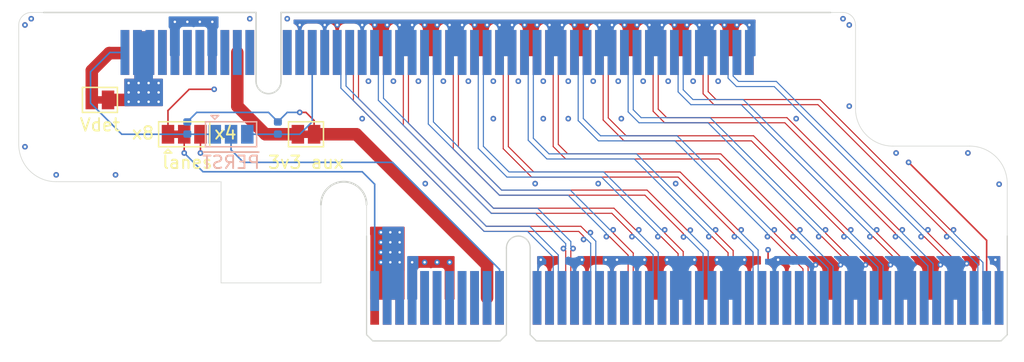
<source format=kicad_pcb>
(kicad_pcb (version 20171130) (host pcbnew 5.1.6)
  (layers (0 F.Cu mixed) (1 GND1 power) (2 GND2 power) (31 B.Cu signal) (34 B.Paste user) (35 F.Paste user) (36 B.SilkS user) (37 F.SilkS user) (38 B.Mask user) (39 F.Mask user) (44 Edge.Cuts user))
  (net 0 "")
  (net 1 /TX7-)
  (net 2 /TX7+)
  (net 3 /TX6-)
  (net 4 /TX0-)
  (net 5 /TX0+)
  (net 6 +3V3)
  (net 7 "Net-(J1-PadA9)")
  (net 8 "Net-(J1-PadA8)")
  (net 9 "Net-(J1-PadA7)")
  (net 10 "Net-(J1-PadA6)")
  (net 11 "Net-(J1-PadA5)")
  (net 12 +12V)
  (net 13 /REFCLK+)
  (net 14 "Net-(J1-PadB12)")
  (net 15 /RX0-)
  (net 16 /RX0+)
  (net 17 /REFCLK-)
  (net 18 /~PERST)
  (net 19 "Net-(J1-PadB9)")
  (net 20 "Net-(J1-PadB8)")
  (net 21 "Net-(J1-PadB6)")
  (net 22 "Net-(J1-PadB5)")
  (net 23 /RX1+)
  (net 24 /RX1-)
  (net 25 /RX2+)
  (net 26 /RX2-)
  (net 27 /RX3+)
  (net 28 /RX3-)
  (net 29 /TX1+)
  (net 30 /TX1-)
  (net 31 /TX2+)
  (net 32 /TX2-)
  (net 33 /TX3+)
  (net 34 /TX3-)
  (net 35 "Net-(J1-PadA32)")
  (net 36 /RX4+)
  (net 37 /RX4-)
  (net 38 /RX5+)
  (net 39 /RX5-)
  (net 40 /RX6+)
  (net 41 /RX6-)
  (net 42 /RX7+)
  (net 43 /RX7-)
  (net 44 /TX4+)
  (net 45 /TX4-)
  (net 46 /TX5+)
  (net 47 /TX5-)
  (net 48 /TX6+)
  (net 49 "Net-(J2-PadA6)")
  (net 50 "Net-(J2-PadA9)")
  (net 51 "Net-(J2-PadA10)")
  (net 52 "Net-(J2-PadA11)")
  (net 53 "Net-(J2-PadA12)")
  (net 54 "Net-(J2-PadA14)")
  (net 55 "Net-(J2-PadB49)")
  (net 56 "Net-(J2-PadB12)")
  (net 57 "Net-(J2-PadB14)")
  (net 58 "Net-(J2-PadB15)")
  (net 59 "Net-(J2-PadB4)")
  (net 60 "Net-(J2-PadB5)")
  (net 61 "Net-(J2-PadB6)")
  (net 62 "Net-(J2-PadB7)")
  (net 63 "Net-(J2-PadB8)")
  (net 64 "Net-(J2-PadB9)")
  (net 65 "Net-(J2-PadB10)")
  (net 66 "Net-(J2-PadB11)")
  (net 67 "Net-(J2-PadA7)")
  (net 68 "Net-(J2-PadA4)")
  (net 69 "Net-(J2-PadA1)")
  (net 70 "Net-(J1-PadA10)")
  (net 71 "Net-(J1-PadA1)")
  (net 72 "Net-(J1-PadB17)")
  (net 73 "Net-(J1-PadB11)")
  (net 74 "Net-(J1-PadB30)")
  (net 75 "Net-(J1-PadA19)")
  (net 76 "Net-(J1-PadA33)")
  (net 77 "Net-(J2-PadB1)")
  (net 78 GND)
  (net 79 /PRSNT_x4)
  (net 80 /PRSNT_x8)
  (module Jumper:SolderJumper-3_P1.3mm_Bridged12_Pad1.0x1.5mm (layer F.Cu) (at 104.75 109.75)
    (fp_text reference JP4 hide)
    (fp_text value Jumper_3_Bridged12)
    (fp_poly (pts (xy -0.9 -0.3) (xy -0.4 -0.3) (xy -0.4 0.3) (xy -0.9 0.3)) (layer F.Cu) (width 0))
    (pad 2 smd rect (at 0 0) (size 1 1.5) (layers F.Cu F.Mask) (net 71 "Net-(J1-PadA1)"))
    (pad 3 smd rect (at 1.3 0) (size 1 1.5) (layers F.Cu F.Mask) (net 79 /PRSNT_x4))
    (pad 1 smd rect (at -1.3 0) (size 1 1.5) (layers F.Cu F.Mask) (net 80 /PRSNT_x8))
  )
  (module Resistor_SMD:R_0402_1005Metric (layer B.Cu) (at 112.25 109.25 90)
    (fp_text reference R2 hide)
    (fp_text value 100kR)
    (pad 2 smd roundrect (at 0.485 0 90) (size 0.59 0.64) (layers B.Cu B.Paste B.Mask) (net 6 +3V3))
    (pad 1 smd roundrect (at -0.485 0 90) (size 0.59 0.64) (layers B.Cu B.Paste B.Mask) (net 54 "Net-(J2-PadA14)"))
  )
  (module Jumper:SolderJumper-3_P1.3mm_Bridged12_Pad1.0x1.5mm (layer B.Cu) (at 108.5 109.75)
    (fp_text reference JP3 hide)
    (fp_text value Jumper_3_Bridged12)
    (fp_poly (pts (xy -0.9 0.3) (xy -0.4 0.3) (xy -0.4 -0.3) (xy -0.9 -0.3)) (layer B.Cu) (width 0))
    (pad 2 smd rect (at 0 0) (size 1 1.5) (layers B.Cu B.Mask) (net 18 /~PERST))
    (pad 3 smd rect (at 1.3 0) (size 1 1.5) (layers B.Cu B.Mask) (net 54 "Net-(J2-PadA14)"))
    (pad 1 smd rect (at -1.3 0) (size 1 1.5) (layers B.Cu B.Mask) (net 69 "Net-(J2-PadA1)"))
  )
  (module Connector_PCIe:UMAX_3126-10102T_PCIe_x8_edge_launch (layer F.Cu) (at 100 103.2)
    (fp_text reference J2 hide)
    (fp_text value HPE_FlexibleLOM_x8)
    (fp_arc (start 11.5 2.3) (end 10.5 2.3) (angle -180) (layer Edge.Cuts) (width 0.12))
    (fp_line (start 10.5 -3.2) (end 10.5 2.3) (layer Edge.Cuts) (width 0.12))
    (fp_line (start 12.5 2.3) (end 12.5 -3.2) (layer Edge.Cuts) (width 0.12))
    (fp_line (start 12.5 -3.2) (end 56.5 -3.2) (layer Edge.Cuts) (width 0.12))
    (fp_line (start -6.5 -3.2) (end 10.5 -3.2) (layer Edge.Cuts) (width 0.12))
    (pad A11 smd rect (at 10 0 180) (size 0.7 3.6) (layers B.Cu B.Mask) (net 52 "Net-(J2-PadA11)"))
    (pad A10 smd rect (at 9 0 180) (size 0.7 3.6) (layers B.Cu B.Mask) (net 51 "Net-(J2-PadA10)"))
    (pad A9 smd rect (at 8 0 180) (size 0.7 3.6) (layers B.Cu B.Mask) (net 50 "Net-(J2-PadA9)"))
    (pad A8 smd rect (at 7 0 180) (size 0.7 3.6) (layers B.Cu B.Mask) (net 78 GND))
    (pad A7 smd rect (at 6 0 180) (size 0.7 3.6) (layers B.Cu B.Mask) (net 67 "Net-(J2-PadA7)"))
    (pad A6 smd rect (at 5 0 180) (size 0.7 3.6) (layers B.Cu B.Mask) (net 49 "Net-(J2-PadA6)"))
    (pad A5 smd rect (at 4 0 180) (size 0.7 3.6) (layers B.Cu B.Mask) (net 78 GND))
    (pad A4 smd rect (at 3 0 180) (size 0.7 3.6) (layers B.Cu B.Mask) (net 68 "Net-(J2-PadA4)"))
    (pad A3 smd rect (at 2 0 180) (size 0.7 3.6) (layers B.Cu B.Mask) (net 12 +12V))
    (pad A2 smd rect (at 1 0 180) (size 0.7 3.6) (layers B.Cu B.Mask) (net 12 +12V))
    (pad B11 smd rect (at 10 0 180) (size 0.7 3.6) (layers F.Cu F.Mask) (net 66 "Net-(J2-PadB11)"))
    (pad B10 smd rect (at 9 0 180) (size 0.7 3.6) (layers F.Cu F.Mask) (net 65 "Net-(J2-PadB10)"))
    (pad B9 smd rect (at 8 0 180) (size 0.7 3.6) (layers F.Cu F.Mask) (net 64 "Net-(J2-PadB9)"))
    (pad B8 smd rect (at 7 0 180) (size 0.7 3.6) (layers F.Cu F.Mask) (net 63 "Net-(J2-PadB8)"))
    (pad B7 smd rect (at 6 0 180) (size 0.7 3.6) (layers F.Cu F.Mask) (net 62 "Net-(J2-PadB7)"))
    (pad B6 smd rect (at 5 0 180) (size 0.7 3.6) (layers F.Cu F.Mask) (net 61 "Net-(J2-PadB6)"))
    (pad B5 smd rect (at 4 0 180) (size 0.7 3.6) (layers F.Cu F.Mask) (net 60 "Net-(J2-PadB5)"))
    (pad B4 smd rect (at 3 0 180) (size 0.7 3.6) (layers F.Cu F.Mask) (net 59 "Net-(J2-PadB4)"))
    (pad B3 smd rect (at 2 0 180) (size 0.7 3.6) (layers F.Cu F.Mask) (net 12 +12V))
    (pad B2 smd rect (at 1 0 180) (size 0.7 3.6) (layers F.Cu F.Mask) (net 12 +12V))
    (pad A49 smd rect (at 50 0 180) (size 0.7 3.6) (layers B.Cu B.Mask) (net 78 GND))
    (pad A48 smd rect (at 49 0 180) (size 0.7 3.6) (layers B.Cu B.Mask) (net 1 /TX7-))
    (pad A47 smd rect (at 48 0 180) (size 0.7 3.6) (layers B.Cu B.Mask) (net 2 /TX7+))
    (pad A46 smd rect (at 47 0 180) (size 0.7 3.6) (layers B.Cu B.Mask) (net 78 GND))
    (pad A45 smd rect (at 46 0 180) (size 0.7 3.6) (layers B.Cu B.Mask) (net 78 GND))
    (pad A44 smd rect (at 45 0 180) (size 0.7 3.6) (layers B.Cu B.Mask) (net 3 /TX6-))
    (pad A43 smd rect (at 44 0 180) (size 0.7 3.6) (layers B.Cu B.Mask) (net 48 /TX6+))
    (pad A42 smd rect (at 43 0 180) (size 0.7 3.6) (layers B.Cu B.Mask) (net 78 GND))
    (pad A41 smd rect (at 42 0 180) (size 0.7 3.6) (layers B.Cu B.Mask) (net 78 GND))
    (pad A40 smd rect (at 41 0 180) (size 0.7 3.6) (layers B.Cu B.Mask) (net 47 /TX5-))
    (pad A39 smd rect (at 40 0 180) (size 0.7 3.6) (layers B.Cu B.Mask) (net 46 /TX5+))
    (pad A38 smd rect (at 39 0 180) (size 0.7 3.6) (layers B.Cu B.Mask) (net 78 GND))
    (pad A37 smd rect (at 38 0 180) (size 0.7 3.6) (layers B.Cu B.Mask) (net 78 GND))
    (pad A36 smd rect (at 37 0 180) (size 0.7 3.6) (layers B.Cu B.Mask) (net 45 /TX4-))
    (pad A35 smd rect (at 36 0 180) (size 0.7 3.6) (layers B.Cu B.Mask) (net 44 /TX4+))
    (pad A34 smd rect (at 35 0 180) (size 0.7 3.6) (layers B.Cu B.Mask) (net 78 GND))
    (pad A33 smd rect (at 34 0 180) (size 0.7 3.6) (layers B.Cu B.Mask) (net 78 GND))
    (pad A32 smd rect (at 33 0 180) (size 0.7 3.6) (layers B.Cu B.Mask) (net 34 /TX3-))
    (pad A31 smd rect (at 32 0 180) (size 0.7 3.6) (layers B.Cu B.Mask) (net 33 /TX3+))
    (pad A30 smd rect (at 31 0 180) (size 0.7 3.6) (layers B.Cu B.Mask) (net 78 GND))
    (pad A29 smd rect (at 30 0 180) (size 0.7 3.6) (layers B.Cu B.Mask) (net 78 GND))
    (pad A28 smd rect (at 29 0 180) (size 0.7 3.6) (layers B.Cu B.Mask) (net 32 /TX2-))
    (pad A27 smd rect (at 28 0 180) (size 0.7 3.6) (layers B.Cu B.Mask) (net 31 /TX2+))
    (pad A26 smd rect (at 27 0 180) (size 0.7 3.6) (layers B.Cu B.Mask) (net 78 GND))
    (pad A25 smd rect (at 26 0 180) (size 0.7 3.6) (layers B.Cu B.Mask) (net 78 GND))
    (pad A24 smd rect (at 25 0 180) (size 0.7 3.6) (layers B.Cu B.Mask) (net 30 /TX1-))
    (pad A23 smd rect (at 24 0 180) (size 0.7 3.6) (layers B.Cu B.Mask) (net 29 /TX1+))
    (pad A22 smd rect (at 23 0 180) (size 0.7 3.6) (layers B.Cu B.Mask) (net 78 GND))
    (pad A21 smd rect (at 22 0 180) (size 0.7 3.6) (layers B.Cu B.Mask) (net 78 GND))
    (pad A20 smd rect (at 21 0 180) (size 0.7 3.6) (layers B.Cu B.Mask) (net 4 /TX0-))
    (pad A19 smd rect (at 20 0 180) (size 0.7 3.6) (layers B.Cu B.Mask) (net 5 /TX0+))
    (pad A18 smd rect (at 19 0 180) (size 0.7 3.6) (layers B.Cu B.Mask) (net 78 GND))
    (pad A17 smd rect (at 18 0 180) (size 0.7 3.6) (layers B.Cu B.Mask) (net 17 /REFCLK-))
    (pad A16 smd rect (at 17 0 180) (size 0.7 3.6) (layers B.Cu B.Mask) (net 13 /REFCLK+))
    (pad A15 smd rect (at 16 0 180) (size 0.7 3.6) (layers B.Cu B.Mask) (net 78 GND))
    (pad A14 smd rect (at 15 0 180) (size 0.7 3.6) (layers B.Cu B.Mask) (net 54 "Net-(J2-PadA14)"))
    (pad A13 smd rect (at 14 0 180) (size 0.7 3.6) (layers B.Cu B.Mask) (net 78 GND))
    (pad B49 smd rect (at 50 0 180) (size 0.7 3.6) (layers F.Cu F.Mask) (net 55 "Net-(J2-PadB49)"))
    (pad B48 smd rect (at 49 0 180) (size 0.7 3.6) (layers F.Cu F.Mask) (net 78 GND))
    (pad B47 smd rect (at 48 0 180) (size 0.7 3.6) (layers F.Cu F.Mask) (net 78 GND))
    (pad B46 smd rect (at 47 0 180) (size 0.7 3.6) (layers F.Cu F.Mask) (net 43 /RX7-))
    (pad B45 smd rect (at 46 0 180) (size 0.7 3.6) (layers F.Cu F.Mask) (net 42 /RX7+))
    (pad B44 smd rect (at 45 0 180) (size 0.7 3.6) (layers F.Cu F.Mask) (net 78 GND))
    (pad B43 smd rect (at 44 0 180) (size 0.7 3.6) (layers F.Cu F.Mask) (net 78 GND))
    (pad B42 smd rect (at 43 0 180) (size 0.7 3.6) (layers F.Cu F.Mask) (net 41 /RX6-))
    (pad B41 smd rect (at 42 0 180) (size 0.7 3.6) (layers F.Cu F.Mask) (net 40 /RX6+))
    (pad B40 smd rect (at 41 0 180) (size 0.7 3.6) (layers F.Cu F.Mask) (net 78 GND))
    (pad B39 smd rect (at 40 0 180) (size 0.7 3.6) (layers F.Cu F.Mask) (net 78 GND))
    (pad B38 smd rect (at 39 0 180) (size 0.7 3.6) (layers F.Cu F.Mask) (net 39 /RX5-))
    (pad B37 smd rect (at 38 0 180) (size 0.7 3.6) (layers F.Cu F.Mask) (net 38 /RX5+))
    (pad B36 smd rect (at 37 0 180) (size 0.7 3.6) (layers F.Cu F.Mask) (net 78 GND))
    (pad B35 smd rect (at 36 0 180) (size 0.7 3.6) (layers F.Cu F.Mask) (net 78 GND))
    (pad B34 smd rect (at 35 0 180) (size 0.7 3.6) (layers F.Cu F.Mask) (net 37 /RX4-))
    (pad B33 smd rect (at 34 0 180) (size 0.7 3.6) (layers F.Cu F.Mask) (net 36 /RX4+))
    (pad B32 smd rect (at 33 0 180) (size 0.7 3.6) (layers F.Cu F.Mask) (net 78 GND))
    (pad B31 smd rect (at 32 0 180) (size 0.7 3.6) (layers F.Cu F.Mask) (net 78 GND))
    (pad B30 smd rect (at 31 0 180) (size 0.7 3.6) (layers F.Cu F.Mask) (net 28 /RX3-))
    (pad B29 smd rect (at 30 0 180) (size 0.7 3.6) (layers F.Cu F.Mask) (net 27 /RX3+))
    (pad B28 smd rect (at 29 0 180) (size 0.7 3.6) (layers F.Cu F.Mask) (net 78 GND))
    (pad B27 smd rect (at 28 0 180) (size 0.7 3.6) (layers F.Cu F.Mask) (net 78 GND))
    (pad B26 smd rect (at 27 0 180) (size 0.7 3.6) (layers F.Cu F.Mask) (net 26 /RX2-))
    (pad B25 smd rect (at 26 0 180) (size 0.7 3.6) (layers F.Cu F.Mask) (net 25 /RX2+))
    (pad B24 smd rect (at 25 0 180) (size 0.7 3.6) (layers F.Cu F.Mask) (net 78 GND))
    (pad B23 smd rect (at 24 0 180) (size 0.7 3.6) (layers F.Cu F.Mask) (net 78 GND))
    (pad B22 smd rect (at 23 0 180) (size 0.7 3.6) (layers F.Cu F.Mask) (net 24 /RX1-))
    (pad B21 smd rect (at 22 0 180) (size 0.7 3.6) (layers F.Cu F.Mask) (net 23 /RX1+))
    (pad B20 smd rect (at 21 0 180) (size 0.7 3.6) (layers F.Cu F.Mask) (net 78 GND))
    (pad B19 smd rect (at 20 0 180) (size 0.7 3.6) (layers F.Cu F.Mask) (net 78 GND))
    (pad B18 smd rect (at 19 0 180) (size 0.7 3.6) (layers F.Cu F.Mask) (net 15 /RX0-))
    (pad B17 smd rect (at 18 0 180) (size 0.7 3.6) (layers F.Cu F.Mask) (net 16 /RX0+))
    (pad B16 smd rect (at 17 0 180) (size 0.7 3.6) (layers F.Cu F.Mask) (net 78 GND))
    (pad B15 smd rect (at 16 0 180) (size 0.7 3.6) (layers F.Cu F.Mask) (net 58 "Net-(J2-PadB15)"))
    (pad B14 smd rect (at 15 0 180) (size 0.7 3.6) (layers F.Cu F.Mask) (net 57 "Net-(J2-PadB14)"))
    (pad B13 smd rect (at 14 0 180) (size 0.7 3.6) (layers F.Cu F.Mask) (net 78 GND))
    (pad B12 smd rect (at 13 0 180) (size 0.7 3.6) (layers F.Cu F.Mask) (net 56 "Net-(J2-PadB12)"))
    (pad A12 smd rect (at 13 0 180) (size 0.7 3.6) (layers B.Cu B.Mask) (net 53 "Net-(J2-PadA12)"))
    (pad "" np_thru_hole circle (at 54.8 -0.7) (size 2.2 2.2) (drill 2.2) (layers *.Cu *.Mask))
    (pad A1 smd rect (at 0 0 180) (size 0.7 3.6) (layers B.Cu B.Mask) (net 69 "Net-(J2-PadA1)"))
    (pad B1 smd rect (at 0 0 180) (size 0.7 3.6) (layers F.Cu F.Mask) (net 77 "Net-(J2-PadB1)"))
    (pad "" np_thru_hole circle (at -4.8 -0.7 180) (size 2.2 2.2) (drill 2.2) (layers *.Cu *.Mask))
  )
  (module Resistor_SMD:R_0402_1005Metric (layer B.Cu) (at 105 109.25 90)
    (fp_text reference R1 hide)
    (fp_text value 100kR)
    (pad 2 smd roundrect (at 0.485 0 90) (size 0.59 0.64) (layers B.Cu B.Paste B.Mask) (net 6 +3V3))
    (pad 1 smd roundrect (at -0.485 0 90) (size 0.59 0.64) (layers B.Cu B.Paste B.Mask) (net 69 "Net-(J2-PadA1)"))
  )
  (module Jumper:SolderJumper-2_P1.3mm_Bridged_Pad1.0x1.5mm (layer F.Cu) (at 98 107 180)
    (fp_text reference JP2 hide)
    (fp_text value Jumper_NC_Small)
    (fp_poly (pts (xy -0.25 -0.3) (xy 0.25 -0.3) (xy 0.25 0.3) (xy -0.25 0.3)) (layer F.Cu) (width 0))
    (pad 2 smd rect (at 0.65 0 180) (size 1 1.5) (layers F.Cu F.Mask) (net 77 "Net-(J2-PadB1)"))
    (pad 1 smd rect (at -0.65 0 180) (size 1 1.5) (layers F.Cu F.Mask) (net 12 +12V))
  )
  (module Jumper:SolderJumper-2_P1.3mm_Bridged_Pad1.0x1.5mm (layer F.Cu) (at 114.5 109.75 180)
    (fp_text reference JP1 hide)
    (fp_text value Jumper_NC_Small)
    (fp_poly (pts (xy -0.25 -0.3) (xy 0.25 -0.3) (xy 0.25 0.3) (xy -0.25 0.3)) (layer F.Cu) (width 0))
    (pad 2 smd rect (at 0.65 0 180) (size 1 1.5) (layers F.Cu F.Mask) (net 65 "Net-(J2-PadB10)"))
    (pad 1 smd rect (at -0.65 0 180) (size 1 1.5) (layers F.Cu F.Mask) (net 6 +3V3))
  )
  (module Connector_PCBEdge:BUS_PCIexpress_x8 (layer F.Cu) (at 120 122.85)
    (fp_text reference J1 hide)
    (fp_text value Connector_PCIe_x8)
    (fp_arc (start 11.5 -4) (end 12.45 -4) (angle -180) (layer Edge.Cuts) (width 0.1))
    (fp_line (start 10.55 -4) (end 10.55 2.95) (layer Edge.Cuts) (width 0.1))
    (fp_line (start 12.45 -4) (end 12.45 2.95) (layer Edge.Cuts) (width 0.1))
    (fp_line (start -0.65 -4.95) (end -0.65 2.95) (layer Edge.Cuts) (width 0.1))
    (fp_line (start -0.15 3.45) (end 10.05 3.45) (layer Edge.Cuts) (width 0.1))
    (fp_line (start 50.65 -4.95) (end 50.65 2.95) (layer Edge.Cuts) (width 0.1))
    (fp_line (start 12.95 3.45) (end 50.15 3.45) (layer Edge.Cuts) (width 0.1))
    (fp_line (start -0.65 2.95) (end -0.15 3.45) (layer Edge.Cuts) (width 0.1))
    (fp_line (start 10.55 2.95) (end 10.05 3.45) (layer Edge.Cuts) (width 0.1))
    (fp_line (start 12.45 2.95) (end 12.95 3.45) (layer Edge.Cuts) (width 0.1))
    (fp_line (start 50.65 2.95) (end 50.15 3.45) (layer Edge.Cuts) (width 0.1))
    (pad A49 connect rect (at 50 0) (size 0.7 4.3) (layers B.Cu B.Mask) (net 78 GND))
    (pad A48 connect rect (at 49 0) (size 0.7 4.3) (layers B.Cu B.Mask) (net 43 /RX7-))
    (pad A47 connect rect (at 48 0) (size 0.7 4.3) (layers B.Cu B.Mask) (net 42 /RX7+))
    (pad A46 connect rect (at 47 0) (size 0.7 4.3) (layers B.Cu B.Mask) (net 78 GND))
    (pad A45 connect rect (at 46 0) (size 0.7 4.3) (layers B.Cu B.Mask) (net 78 GND))
    (pad A44 connect rect (at 45 0) (size 0.7 4.3) (layers B.Cu B.Mask) (net 41 /RX6-))
    (pad A43 connect rect (at 44 0) (size 0.7 4.3) (layers B.Cu B.Mask) (net 40 /RX6+))
    (pad A42 connect rect (at 43 0) (size 0.7 4.3) (layers B.Cu B.Mask) (net 78 GND))
    (pad A13 connect rect (at 14 0) (size 0.7 4.3) (layers B.Cu B.Mask) (net 13 /REFCLK+))
    (pad A12 connect rect (at 13 0) (size 0.7 4.3) (layers B.Cu B.Mask) (net 78 GND))
    (pad A18 connect rect (at 19 0) (size 0.7 4.3) (layers B.Cu B.Mask) (net 78 GND))
    (pad A17 connect rect (at 18 0) (size 0.7 4.3) (layers B.Cu B.Mask) (net 15 /RX0-))
    (pad A16 connect rect (at 17 0) (size 0.7 4.3) (layers B.Cu B.Mask) (net 16 /RX0+))
    (pad A15 connect rect (at 16 0) (size 0.7 4.3) (layers B.Cu B.Mask) (net 78 GND))
    (pad A14 connect rect (at 15 0) (size 0.7 4.3) (layers B.Cu B.Mask) (net 17 /REFCLK-))
    (pad A11 connect rect (at 10 0) (size 0.7 4.3) (layers B.Cu B.Mask) (net 18 /~PERST))
    (pad A10 connect rect (at 9 0) (size 0.7 4.3) (layers B.Cu B.Mask) (net 70 "Net-(J1-PadA10)"))
    (pad A9 connect rect (at 8 0) (size 0.7 4.3) (layers B.Cu B.Mask) (net 7 "Net-(J1-PadA9)"))
    (pad A8 connect rect (at 7 0) (size 0.7 4.3) (layers B.Cu B.Mask) (net 8 "Net-(J1-PadA8)"))
    (pad A7 connect rect (at 6 0) (size 0.7 4.3) (layers B.Cu B.Mask) (net 9 "Net-(J1-PadA7)"))
    (pad A6 connect rect (at 5 0) (size 0.7 4.3) (layers B.Cu B.Mask) (net 10 "Net-(J1-PadA6)"))
    (pad A5 connect rect (at 4 0) (size 0.7 4.3) (layers B.Cu B.Mask) (net 11 "Net-(J1-PadA5)"))
    (pad A4 connect rect (at 3 0) (size 0.7 4.3) (layers B.Cu B.Mask) (net 78 GND))
    (pad A3 connect rect (at 2 0) (size 0.7 4.3) (layers B.Cu B.Mask) (net 12 +12V))
    (pad A2 connect rect (at 1 0) (size 0.7 4.3) (layers B.Cu B.Mask) (net 12 +12V))
    (pad A1 connect rect (at 0 -0.55) (size 0.7 3.2) (layers B.Cu B.Mask) (net 71 "Net-(J1-PadA1)"))
    (pad B13 connect rect (at 14 0) (size 0.7 4.3) (layers F.Cu F.Mask) (net 78 GND))
    (pad B12 connect rect (at 13 0) (size 0.7 4.3) (layers F.Cu F.Mask) (net 14 "Net-(J1-PadB12)"))
    (pad B18 connect rect (at 19 0) (size 0.7 4.3) (layers F.Cu F.Mask) (net 78 GND))
    (pad B17 connect rect (at 18 0) (size 0.7 4.3) (layers F.Cu F.Mask) (net 72 "Net-(J1-PadB17)"))
    (pad B16 connect rect (at 17 0) (size 0.7 4.3) (layers F.Cu F.Mask) (net 78 GND))
    (pad B15 connect rect (at 16 0) (size 0.7 4.3) (layers F.Cu F.Mask) (net 4 /TX0-))
    (pad B14 connect rect (at 15 0) (size 0.7 4.3) (layers F.Cu F.Mask) (net 5 /TX0+))
    (pad B11 connect rect (at 10 0) (size 0.7 4.3) (layers F.Cu F.Mask) (net 73 "Net-(J1-PadB11)"))
    (pad B10 connect rect (at 9 0) (size 0.7 4.3) (layers F.Cu F.Mask) (net 6 +3V3))
    (pad B9 connect rect (at 8 0) (size 0.7 4.3) (layers F.Cu F.Mask) (net 19 "Net-(J1-PadB9)"))
    (pad B8 connect rect (at 7 0) (size 0.7 4.3) (layers F.Cu F.Mask) (net 20 "Net-(J1-PadB8)"))
    (pad B7 connect rect (at 6 0) (size 0.7 4.3) (layers F.Cu F.Mask) (net 78 GND))
    (pad B6 connect rect (at 5 0) (size 0.7 4.3) (layers F.Cu F.Mask) (net 21 "Net-(J1-PadB6)"))
    (pad B5 connect rect (at 4 0) (size 0.7 4.3) (layers F.Cu F.Mask) (net 22 "Net-(J1-PadB5)"))
    (pad B4 connect rect (at 3 0) (size 0.7 4.3) (layers F.Cu F.Mask) (net 78 GND))
    (pad B3 connect rect (at 2 0) (size 0.7 4.3) (layers F.Cu F.Mask) (net 12 +12V))
    (pad B2 connect rect (at 1 0) (size 0.7 4.3) (layers F.Cu F.Mask) (net 12 +12V))
    (pad B1 connect rect (at 0 0) (size 0.7 4.3) (layers F.Cu F.Mask) (net 12 +12V))
    (pad B19 connect rect (at 20 0) (size 0.7 4.3) (layers F.Cu F.Mask) (net 29 /TX1+))
    (pad B20 connect rect (at 21 0) (size 0.7 4.3) (layers F.Cu F.Mask) (net 30 /TX1-))
    (pad B21 connect rect (at 22 0) (size 0.7 4.3) (layers F.Cu F.Mask) (net 78 GND))
    (pad B22 connect rect (at 23 0) (size 0.7 4.3) (layers F.Cu F.Mask) (net 78 GND))
    (pad B23 connect rect (at 24 0) (size 0.7 4.3) (layers F.Cu F.Mask) (net 31 /TX2+))
    (pad B24 connect rect (at 25 0) (size 0.7 4.3) (layers F.Cu F.Mask) (net 32 /TX2-))
    (pad B25 connect rect (at 26 0) (size 0.7 4.3) (layers F.Cu F.Mask) (net 78 GND))
    (pad B26 connect rect (at 27 0) (size 0.7 4.3) (layers F.Cu F.Mask) (net 78 GND))
    (pad B27 connect rect (at 28 0) (size 0.7 4.3) (layers F.Cu F.Mask) (net 33 /TX3+))
    (pad B28 connect rect (at 29 0) (size 0.7 4.3) (layers F.Cu F.Mask) (net 34 /TX3-))
    (pad B29 connect rect (at 30 0) (size 0.7 4.3) (layers F.Cu F.Mask) (net 78 GND))
    (pad B30 connect rect (at 31 0) (size 0.7 4.3) (layers F.Cu F.Mask) (net 74 "Net-(J1-PadB30)"))
    (pad B31 connect rect (at 32 0) (size 0.7 4.3) (layers F.Cu F.Mask) (net 79 /PRSNT_x4))
    (pad B32 connect rect (at 33 0) (size 0.7 4.3) (layers F.Cu F.Mask) (net 78 GND))
    (pad A19 connect rect (at 20 0) (size 0.7 4.3) (layers B.Cu B.Mask) (net 75 "Net-(J1-PadA19)"))
    (pad A20 connect rect (at 21 0) (size 0.7 4.3) (layers B.Cu B.Mask) (net 78 GND))
    (pad A21 connect rect (at 22 0) (size 0.7 4.3) (layers B.Cu B.Mask) (net 23 /RX1+))
    (pad A22 connect rect (at 23 0) (size 0.7 4.3) (layers B.Cu B.Mask) (net 24 /RX1-))
    (pad A23 connect rect (at 24 0) (size 0.7 4.3) (layers B.Cu B.Mask) (net 78 GND))
    (pad A24 connect rect (at 25 0) (size 0.7 4.3) (layers B.Cu B.Mask) (net 78 GND))
    (pad A25 connect rect (at 26 0) (size 0.7 4.3) (layers B.Cu B.Mask) (net 25 /RX2+))
    (pad A26 connect rect (at 27 0) (size 0.7 4.3) (layers B.Cu B.Mask) (net 26 /RX2-))
    (pad A27 connect rect (at 28 0) (size 0.7 4.3) (layers B.Cu B.Mask) (net 78 GND))
    (pad A28 connect rect (at 29 0) (size 0.7 4.3) (layers B.Cu B.Mask) (net 78 GND))
    (pad A29 connect rect (at 30 0) (size 0.7 4.3) (layers B.Cu B.Mask) (net 27 /RX3+))
    (pad A30 connect rect (at 31 0) (size 0.7 4.3) (layers B.Cu B.Mask) (net 28 /RX3-))
    (pad A31 connect rect (at 32 0) (size 0.7 4.3) (layers B.Cu B.Mask) (net 78 GND))
    (pad A32 connect rect (at 33 0) (size 0.7 4.3) (layers B.Cu B.Mask) (net 35 "Net-(J1-PadA32)"))
    (pad B33 connect rect (at 34 0) (size 0.7 4.3) (layers F.Cu F.Mask) (net 44 /TX4+))
    (pad B34 connect rect (at 35 0) (size 0.7 4.3) (layers F.Cu F.Mask) (net 45 /TX4-))
    (pad B35 connect rect (at 36 0) (size 0.7 4.3) (layers F.Cu F.Mask) (net 78 GND))
    (pad B36 connect rect (at 37 0) (size 0.7 4.3) (layers F.Cu F.Mask) (net 78 GND))
    (pad B37 connect rect (at 38 0) (size 0.7 4.3) (layers F.Cu F.Mask) (net 46 /TX5+))
    (pad B38 connect rect (at 39 0) (size 0.7 4.3) (layers F.Cu F.Mask) (net 47 /TX5-))
    (pad B39 connect rect (at 40 0) (size 0.7 4.3) (layers F.Cu F.Mask) (net 78 GND))
    (pad B40 connect rect (at 41 0) (size 0.7 4.3) (layers F.Cu F.Mask) (net 78 GND))
    (pad B41 connect rect (at 42 0) (size 0.7 4.3) (layers F.Cu F.Mask) (net 48 /TX6+))
    (pad B42 connect rect (at 43 0) (size 0.7 4.3) (layers F.Cu F.Mask) (net 3 /TX6-))
    (pad B43 connect rect (at 44 0) (size 0.7 4.3) (layers F.Cu F.Mask) (net 78 GND))
    (pad B44 connect rect (at 45 0) (size 0.7 4.3) (layers F.Cu F.Mask) (net 78 GND))
    (pad B45 connect rect (at 46 0) (size 0.7 4.3) (layers F.Cu F.Mask) (net 2 /TX7+))
    (pad B46 connect rect (at 47 0) (size 0.7 4.3) (layers F.Cu F.Mask) (net 1 /TX7-))
    (pad B47 connect rect (at 48 0) (size 0.7 4.3) (layers F.Cu F.Mask) (net 78 GND))
    (pad B48 connect rect (at 49 -0.55) (size 0.7 3.2) (layers F.Cu F.Mask) (net 80 /PRSNT_x8))
    (pad B49 connect rect (at 50 0) (size 0.7 4.3) (layers F.Cu F.Mask) (net 78 GND))
    (pad A33 connect rect (at 34 0) (size 0.7 4.3) (layers B.Cu B.Mask) (net 76 "Net-(J1-PadA33)"))
    (pad A34 connect rect (at 35 0) (size 0.7 4.3) (layers B.Cu B.Mask) (net 78 GND))
    (pad A35 connect rect (at 36 0) (size 0.7 4.3) (layers B.Cu B.Mask) (net 36 /RX4+))
    (pad A36 connect rect (at 37 0) (size 0.7 4.3) (layers B.Cu B.Mask) (net 37 /RX4-))
    (pad A37 connect rect (at 38 0) (size 0.7 4.3) (layers B.Cu B.Mask) (net 78 GND))
    (pad A38 connect rect (at 39 0) (size 0.7 4.3) (layers B.Cu B.Mask) (net 78 GND))
    (pad A39 connect rect (at 40 0) (size 0.7 4.3) (layers B.Cu B.Mask) (net 38 /RX5+))
    (pad A40 connect rect (at 41 0) (size 0.7 4.3) (layers B.Cu B.Mask) (net 39 /RX5-))
    (pad A41 connect rect (at 42 0) (size 0.7 4.3) (layers B.Cu B.Mask) (net 78 GND))
  )
  (gr_text lanes (at 105 112) (layer F.SilkS) (effects (font (size 1 1))))
  (gr_text ~PERST (at 108.5 112) (layer B.SilkS) (effects (font (size 1 1)) (justify mirror)))
  (gr_text Vdet (at 98 109) (layer F.SilkS) (effects (font (size 1 1))))
  (gr_text "3v3 aux" (at 114.5 112) (layer F.SilkS) (effects (font (size 1 1))))
  (gr_text x4 (at 108.05 109.65) (layer F.SilkS) (effects (font (size 1 1))))
  (gr_text x8 (at 101.45 109.65) (layer F.SilkS) (effects (font (size 1 1))))
  (gr_line (start 157.5 100) (end 156.5 100) (layer Edge.Cuts) (width 0.05))
  (gr_arc (start 117.525 115.375) (end 119.35 115.375) (angle -180) (layer Edge.Cuts) (width 0.15))
  (gr_arc (start 92.5 101) (end 92.5 100) (angle -90) (layer Edge.Cuts) (width 0.05))
  (gr_line (start 119.35 115.375) (end 119.35 117.9) (layer Edge.Cuts) (width 0.05))
  (gr_line (start 115.7 121.65) (end 107.7 121.65) (layer Edge.Cuts) (width 0.05))
  (gr_line (start 115.7 115.375) (end 115.7 121.65) (layer Edge.Cuts) (width 0.05))
  (gr_line (start 107.7 113.55) (end 107.7 121.65) (layer Edge.Cuts) (width 0.05))
  (gr_arc (start 94.5 110.55) (end 91.5 110.55) (angle -90) (layer Edge.Cuts) (width 0.05))
  (gr_arc (start 167.65 113.7) (end 170.65 113.7) (angle -90) (layer Edge.Cuts) (width 0.05))
  (gr_line (start 161.5 110.7) (end 167.65 110.7) (layer Edge.Cuts) (width 0.05))
  (gr_line (start 170.65 117.9) (end 170.65 113.7) (layer Edge.Cuts) (width 0.05))
  (gr_line (start 158.5 101) (end 158.5 107.7) (layer Edge.Cuts) (width 0.05))
  (gr_arc (start 161.5 107.7) (end 158.5 107.7) (angle -90) (layer Edge.Cuts) (width 0.05))
  (gr_arc (start 157.5 101) (end 158.5 101) (angle -90) (layer Edge.Cuts) (width 0.05))
  (gr_line (start 94.5 113.55) (end 107.7 113.55) (layer Edge.Cuts) (width 0.05))
  (gr_line (start 91.5 101) (end 91.5 110.55) (layer Edge.Cuts) (width 0.05))
  (gr_line (start 93.5 100) (end 92.5 100) (layer Edge.Cuts) (width 0.05))
  (via (at 124.05 113.7) (size 0.45) (drill 0.2) (layers F.Cu B.Cu) (net 78))
  (via (at 121.999999 118.4) (size 0.45) (drill 0.2) (layers F.Cu B.Cu) (net 12))
  (via (at 120.5 118.4) (size 0.45) (drill 0.2) (layers F.Cu B.Cu) (net 12))
  (via (at 121.25 118.4) (size 0.45) (drill 0.2) (layers F.Cu B.Cu) (net 12))
  (via (at 120.5 120) (size 0.45) (drill 0.2) (layers F.Cu B.Cu) (net 12))
  (via (at 122 120) (size 0.45) (drill 0.2) (layers F.Cu B.Cu) (net 12))
  (via (at 122 119.2) (size 0.45) (drill 0.2) (layers F.Cu B.Cu) (net 12))
  (via (at 121.25 117.6) (size 0.45) (drill 0.2) (layers F.Cu B.Cu) (net 12))
  (via (at 122 117.6) (size 0.45) (drill 0.2) (layers F.Cu B.Cu) (net 12))
  (via (at 121.249999 120) (size 0.45) (drill 0.2) (layers F.Cu B.Cu) (net 12))
  (via (at 121.25 119.2) (size 0.45) (drill 0.2) (layers F.Cu B.Cu) (net 12))
  (via (at 120.5 117.6) (size 0.45) (drill 0.2) (layers F.Cu B.Cu) (net 12))
  (via (at 120.5 119.2) (size 0.45) (drill 0.2) (layers F.Cu B.Cu) (net 12))
  (via (at 100.3 105.65) (size 0.45) (drill 0.2) (layers F.Cu B.Cu) (net 12))
  (via (at 100.300001 107.15) (size 0.45) (drill 0.2) (layers F.Cu B.Cu) (net 12))
  (via (at 100.3 106.399999) (size 0.45) (drill 0.2) (layers F.Cu B.Cu) (net 12))
  (via (at 102.7 107.15) (size 0.45) (drill 0.2) (layers F.Cu B.Cu) (net 12))
  (via (at 102.7 105.65) (size 0.45) (drill 0.2) (layers F.Cu B.Cu) (net 12))
  (via (at 102.7 106.4) (size 0.45) (drill 0.2) (layers F.Cu B.Cu) (net 12))
  (via (at 155.3 120.2) (size 0.45) (drill 0.2) (layers F.Cu B.Cu) (net 78))
  (via (at 157.3 120.2) (size 0.45) (drill 0.2) (layers F.Cu B.Cu) (net 78))
  (via (at 161.3 120.2) (size 0.45) (drill 0.2) (layers F.Cu B.Cu) (net 78))
  (segment (start 148.705 104.945) (end 148.705 105.090086) (width 0.09) (layer B.Cu) (net 1))
  (segment (start 149 104.65) (end 148.705 104.945) (width 0.09) (layer B.Cu) (net 1))
  (segment (start 149 103.2) (end 149 104.65) (width 0.09) (layer B.Cu) (net 1))
  (segment (start 148.705 105.090086) (end 149.134914 105.52) (width 0.09) (layer B.Cu) (net 1))
  (segment (start 164.042677 117.402763) (end 164.297237 117.402763) (width 0.09) (layer B.Cu) (net 1))
  (segment (start 149.134914 105.52) (end 152.159914 105.52) (width 0.09) (layer B.Cu) (net 1))
  (segment (start 152.159914 105.52) (end 164.042677 117.402763) (width 0.09) (layer B.Cu) (net 1))
  (via (at 164.297237 117.402763) (size 0.45) (drill 0.2) (layers F.Cu B.Cu) (net 1))
  (segment (start 166.705 120.065086) (end 164.297237 117.657323) (width 0.09) (layer F.Cu) (net 1))
  (segment (start 164.297237 117.657323) (end 164.297237 117.402763) (width 0.09) (layer F.Cu) (net 1))
  (segment (start 166.705 120.755) (end 166.705 120.065086) (width 0.09) (layer F.Cu) (net 1))
  (segment (start 167 122.85) (end 167 121.05) (width 0.09) (layer F.Cu) (net 1))
  (segment (start 167 121.05) (end 166.705 120.755) (width 0.09) (layer F.Cu) (net 1))
  (segment (start 148.295 104.945) (end 148.295 105.259914) (width 0.09) (layer B.Cu) (net 2))
  (segment (start 148 104.65) (end 148.295 104.945) (width 0.09) (layer B.Cu) (net 2))
  (segment (start 148 103.2) (end 148 104.65) (width 0.09) (layer B.Cu) (net 2))
  (segment (start 148.295 105.259914) (end 148.965086 105.93) (width 0.09) (layer B.Cu) (net 2))
  (segment (start 163.752763 117.692677) (end 163.752763 117.947237) (width 0.09) (layer B.Cu) (net 2))
  (segment (start 151.990086 105.93) (end 163.752763 117.692677) (width 0.09) (layer B.Cu) (net 2))
  (segment (start 148.965086 105.93) (end 151.990086 105.93) (width 0.09) (layer B.Cu) (net 2))
  (via (at 163.752763 117.947237) (size 0.45) (drill 0.2) (layers F.Cu B.Cu) (net 2))
  (segment (start 164.007323 117.947237) (end 163.752763 117.947237) (width 0.09) (layer F.Cu) (net 2))
  (segment (start 166.295 120.234914) (end 164.007323 117.947237) (width 0.09) (layer F.Cu) (net 2))
  (segment (start 166.295 120.755) (end 166.295 120.234914) (width 0.09) (layer F.Cu) (net 2))
  (segment (start 166 121.05) (end 166.295 120.755) (width 0.09) (layer F.Cu) (net 2))
  (segment (start 166 122.85) (end 166 121.05) (width 0.09) (layer F.Cu) (net 2))
  (segment (start 145 104.65) (end 144.705 104.945) (width 0.09) (layer B.Cu) (net 3))
  (segment (start 145 103.2) (end 145 104.65) (width 0.09) (layer B.Cu) (net 3))
  (segment (start 144.705 104.945) (end 144.705 106.190086) (width 0.09) (layer B.Cu) (net 3))
  (segment (start 144.705 106.190086) (end 145.484914 106.97) (width 0.09) (layer B.Cu) (net 3))
  (segment (start 145.484914 106.97) (end 149.509914 106.97) (width 0.09) (layer B.Cu) (net 3))
  (segment (start 159.942677 117.402763) (end 160.197237 117.402763) (width 0.09) (layer B.Cu) (net 3))
  (via (at 160.197237 117.402763) (size 0.45) (drill 0.2) (layers F.Cu B.Cu) (net 3))
  (segment (start 149.509914 106.97) (end 159.942677 117.402763) (width 0.09) (layer B.Cu) (net 3))
  (segment (start 160.197237 117.657323) (end 160.197237 117.402763) (width 0.09) (layer F.Cu) (net 3))
  (segment (start 162.705 120.165086) (end 160.197237 117.657323) (width 0.09) (layer F.Cu) (net 3))
  (segment (start 162.705 120.755) (end 162.705 120.165086) (width 0.09) (layer F.Cu) (net 3))
  (segment (start 163 122.85) (end 163 121.05) (width 0.09) (layer F.Cu) (net 3))
  (segment (start 163 121.05) (end 162.705 120.755) (width 0.09) (layer F.Cu) (net 3))
  (segment (start 121 104.65) (end 120.705 104.945) (width 0.09) (layer B.Cu) (net 4))
  (segment (start 120.705 104.945) (end 120.705 106.865086) (width 0.09) (layer B.Cu) (net 4))
  (segment (start 120.705 106.865086) (end 129.516499 115.676585) (width 0.09) (layer B.Cu) (net 4))
  (segment (start 121 103.2) (end 121 104.65) (width 0.09) (layer B.Cu) (net 4))
  (segment (start 136 122.85) (end 136 121.05) (width 0.09) (layer F.Cu) (net 4))
  (segment (start 136 121.05) (end 135.705 120.755) (width 0.09) (layer F.Cu) (net 4))
  (segment (start 135.705 119.08) (end 135.885 118.9) (width 0.09) (layer F.Cu) (net 4))
  (via (at 135.885 118.9) (size 0.45) (drill 0.2) (layers F.Cu B.Cu) (net 4))
  (segment (start 135.885 118.9) (end 135.705 118.72) (width 0.09) (layer B.Cu) (net 4))
  (segment (start 129.516499 115.676585) (end 133.041499 115.676585) (width 0.09) (layer B.Cu) (net 4))
  (segment (start 133.041499 115.676585) (end 135.705 118.340086) (width 0.09) (layer B.Cu) (net 4))
  (segment (start 135.705 118.340086) (end 135.705 118.72) (width 0.09) (layer B.Cu) (net 4))
  (segment (start 135.705 120.755) (end 135.705 119.08) (width 0.09) (layer F.Cu) (net 4))
  (segment (start 120 103.2) (end 120 104.65) (width 0.09) (layer B.Cu) (net 5))
  (segment (start 120 104.65) (end 120.295 104.945) (width 0.09) (layer B.Cu) (net 5))
  (segment (start 120.295 104.945) (end 120.295 107.034914) (width 0.09) (layer B.Cu) (net 5))
  (segment (start 120.295 107.034914) (end 129.346671 116.086585) (width 0.09) (layer B.Cu) (net 5))
  (segment (start 135 121.05) (end 135.295 120.755) (width 0.09) (layer F.Cu) (net 5))
  (segment (start 135 122.85) (end 135 121.05) (width 0.09) (layer F.Cu) (net 5))
  (segment (start 135.295 119.08) (end 135.115 118.9) (width 0.09) (layer F.Cu) (net 5))
  (via (at 135.115 118.9) (size 0.45) (drill 0.2) (layers F.Cu B.Cu) (net 5))
  (segment (start 135.115 118.9) (end 135.295 118.72) (width 0.09) (layer B.Cu) (net 5))
  (segment (start 132.871671 116.086585) (end 135.295 118.509914) (width 0.09) (layer B.Cu) (net 5))
  (segment (start 129.346671 116.086585) (end 132.871671 116.086585) (width 0.09) (layer B.Cu) (net 5))
  (segment (start 135.295 118.509914) (end 135.295 118.72) (width 0.09) (layer B.Cu) (net 5))
  (segment (start 135.295 120.755) (end 135.295 119.08) (width 0.09) (layer F.Cu) (net 5))
  (segment (start 129 120.221398) (end 118.528602 109.75) (width 1) (layer F.Cu) (net 6))
  (segment (start 129 122.85) (end 129 120.221398) (width 1) (layer F.Cu) (net 6))
  (segment (start 118.528602 109.75) (end 115.25 109.75) (width 1) (layer F.Cu) (net 6))
  (segment (start 105 108.765) (end 105 108.75) (width 0.127) (layer B.Cu) (net 6))
  (segment (start 112.25 108.765) (end 112.25 108.75) (width 0.127) (layer B.Cu) (net 6))
  (segment (start 112.25 108.75) (end 111.5 108) (width 0.127) (layer B.Cu) (net 6))
  (segment (start 111.5 108) (end 105.75 108) (width 0.127) (layer B.Cu) (net 6))
  (segment (start 105.75 108) (end 105 108.75) (width 0.127) (layer B.Cu) (net 6))
  (via (at 114 108) (size 0.45) (drill 0.2) (layers F.Cu B.Cu) (net 6))
  (segment (start 113 108) (end 114 108) (width 0.127) (layer B.Cu) (net 6))
  (segment (start 112.25 108.75) (end 113 108) (width 0.127) (layer B.Cu) (net 6))
  (segment (start 115.15 109.75) (end 115.15 108.65) (width 0.127) (layer F.Cu) (net 6))
  (segment (start 114.5 108) (end 114 108) (width 0.127) (layer F.Cu) (net 6))
  (segment (start 115.15 108.65) (end 114.5 108) (width 0.127) (layer F.Cu) (net 6))
  (via (at 101.9 105.65) (size 0.45) (drill 0.2) (layers F.Cu B.Cu) (net 12))
  (via (at 101.9 106.4) (size 0.45) (drill 0.2) (layers F.Cu B.Cu) (net 12))
  (via (at 101.9 107.15) (size 0.45) (drill 0.2) (layers F.Cu B.Cu) (net 12))
  (via (at 101.1 107.15) (size 0.45) (drill 0.2) (layers F.Cu B.Cu) (net 12))
  (via (at 101.1 106.4) (size 0.45) (drill 0.2) (layers F.Cu B.Cu) (net 12))
  (via (at 101.1 105.65) (size 0.45) (drill 0.2) (layers F.Cu B.Cu) (net 12))
  (segment (start 98.65 107) (end 100.3 107) (width 1) (layer F.Cu) (net 12))
  (segment (start 117 103.2) (end 117 104.65) (width 0.09) (layer B.Cu) (net 13))
  (segment (start 117 104.65) (end 117.295 104.945) (width 0.09) (layer B.Cu) (net 13))
  (segment (start 117.295 104.945) (end 117.295 106.059914) (width 0.09) (layer B.Cu) (net 13))
  (segment (start 134.295 120.755) (end 134 121.05) (width 0.09) (layer B.Cu) (net 13))
  (segment (start 117.295 106.059914) (end 128.765086 117.53) (width 0.09) (layer B.Cu) (net 13))
  (segment (start 134 121.05) (end 134 122.85) (width 0.09) (layer B.Cu) (net 13))
  (segment (start 134.295 120.755) (end 134.295 119.584914) (width 0.09) (layer B.Cu) (net 13))
  (segment (start 132.240086 117.53) (end 128.765086 117.53) (width 0.09) (layer B.Cu) (net 13))
  (segment (start 134.295 119.584914) (end 132.240086 117.53) (width 0.09) (layer B.Cu) (net 13))
  (via (at 137.272237 117.627763) (size 0.45) (drill 0.2) (layers F.Cu B.Cu) (net 15))
  (segment (start 119 103.2) (end 119 104.65) (width 0.09) (layer F.Cu) (net 15))
  (segment (start 119 104.65) (end 118.705 104.945) (width 0.09) (layer F.Cu) (net 15))
  (segment (start 137.017677 117.627763) (end 137.272237 117.627763) (width 0.09) (layer F.Cu) (net 15))
  (segment (start 118.705 106.890086) (end 128.934914 117.12) (width 0.09) (layer F.Cu) (net 15))
  (segment (start 136.509914 117.12) (end 137.017677 117.627763) (width 0.09) (layer F.Cu) (net 15))
  (segment (start 128.934914 117.12) (end 136.509914 117.12) (width 0.09) (layer F.Cu) (net 15))
  (segment (start 118.705 104.945) (end 118.705 106.890086) (width 0.09) (layer F.Cu) (net 15))
  (segment (start 137.272237 117.882323) (end 137.272237 117.627763) (width 0.09) (layer B.Cu) (net 15))
  (segment (start 137.705 118.315086) (end 137.272237 117.882323) (width 0.09) (layer B.Cu) (net 15))
  (segment (start 137.705 120.755) (end 137.705 118.315086) (width 0.09) (layer B.Cu) (net 15))
  (segment (start 138 122.85) (end 138 121.05) (width 0.09) (layer B.Cu) (net 15))
  (segment (start 138 121.05) (end 137.705 120.755) (width 0.09) (layer B.Cu) (net 15))
  (segment (start 136.727763 117.917677) (end 136.727763 118.172237) (width 0.09) (layer F.Cu) (net 16))
  (segment (start 136.340086 117.53) (end 136.727763 117.917677) (width 0.09) (layer F.Cu) (net 16))
  (segment (start 118.295 104.945) (end 118.295 107.059914) (width 0.09) (layer F.Cu) (net 16))
  (segment (start 118 103.2) (end 118 104.65) (width 0.09) (layer F.Cu) (net 16))
  (segment (start 128.765086 117.53) (end 136.340086 117.53) (width 0.09) (layer F.Cu) (net 16))
  (via (at 136.727763 118.172237) (size 0.45) (drill 0.2) (layers F.Cu B.Cu) (net 16))
  (segment (start 118 104.65) (end 118.295 104.945) (width 0.09) (layer F.Cu) (net 16))
  (segment (start 118.295 107.059914) (end 128.765086 117.53) (width 0.09) (layer F.Cu) (net 16))
  (segment (start 136.982323 118.172237) (end 136.727763 118.172237) (width 0.09) (layer B.Cu) (net 16))
  (segment (start 137.295 118.484914) (end 136.982323 118.172237) (width 0.09) (layer B.Cu) (net 16))
  (segment (start 137.295 120.755) (end 137.295 118.484914) (width 0.09) (layer B.Cu) (net 16))
  (segment (start 137 121.05) (end 137.295 120.755) (width 0.09) (layer B.Cu) (net 16))
  (segment (start 137 122.85) (end 137 121.05) (width 0.09) (layer B.Cu) (net 16))
  (segment (start 118 104.65) (end 117.705 104.945) (width 0.09) (layer B.Cu) (net 17))
  (segment (start 134.705 120.755) (end 135 121.05) (width 0.09) (layer B.Cu) (net 17))
  (segment (start 117.705 104.945) (end 117.705 105.890086) (width 0.09) (layer B.Cu) (net 17))
  (segment (start 118 103.2) (end 118 104.65) (width 0.09) (layer B.Cu) (net 17))
  (segment (start 117.705 105.890086) (end 128.934914 117.12) (width 0.09) (layer B.Cu) (net 17))
  (segment (start 134.705 120.755) (end 134.705 119.415086) (width 0.09) (layer B.Cu) (net 17))
  (segment (start 132.409914 117.12) (end 128.934914 117.12) (width 0.09) (layer B.Cu) (net 17))
  (segment (start 134.705 119.415086) (end 132.409914 117.12) (width 0.09) (layer B.Cu) (net 17))
  (segment (start 130 120.573) (end 121.427 112) (width 0.127) (layer B.Cu) (net 18))
  (segment (start 130 122.85) (end 130 120.573) (width 0.127) (layer B.Cu) (net 18))
  (segment (start 121.427 112) (end 109.5 112) (width 0.127) (layer B.Cu) (net 18))
  (segment (start 109.5 112) (end 108.5 111) (width 0.127) (layer B.Cu) (net 18))
  (segment (start 108.5 111) (end 108.5 109.75) (width 0.127) (layer B.Cu) (net 18))
  (segment (start 142.295 120.755) (end 142 121.05) (width 0.09) (layer B.Cu) (net 23))
  (segment (start 142 121.05) (end 142 122.85) (width 0.09) (layer B.Cu) (net 23))
  (segment (start 142.295 119.384914) (end 142.295 120.755) (width 0.09) (layer B.Cu) (net 23))
  (segment (start 122.295 104.945) (end 122.295 109.034914) (width 0.09) (layer F.Cu) (net 23))
  (segment (start 122 103.2) (end 122 104.65) (width 0.09) (layer F.Cu) (net 23))
  (segment (start 129.340086 116.08) (end 138.990086 116.08) (width 0.09) (layer F.Cu) (net 23))
  (segment (start 122 104.65) (end 122.295 104.945) (width 0.09) (layer F.Cu) (net 23))
  (segment (start 122.295 109.034914) (end 129.340086 116.08) (width 0.09) (layer F.Cu) (net 23))
  (segment (start 138.990086 116.08) (end 140.602763 117.692677) (width 0.09) (layer F.Cu) (net 23))
  (segment (start 140.602763 117.692677) (end 140.602763 117.947237) (width 0.09) (layer F.Cu) (net 23))
  (via (at 140.602763 117.947237) (size 0.45) (drill 0.2) (layers F.Cu B.Cu) (net 23))
  (segment (start 140.857323 117.947237) (end 142.295 119.384914) (width 0.09) (layer B.Cu) (net 23))
  (segment (start 140.602763 117.947237) (end 140.857323 117.947237) (width 0.09) (layer B.Cu) (net 23))
  (segment (start 143 121.05) (end 143 122.85) (width 0.09) (layer B.Cu) (net 24))
  (segment (start 142.705 120.755) (end 143 121.05) (width 0.09) (layer B.Cu) (net 24))
  (segment (start 142.705 119.215086) (end 142.705 120.755) (width 0.09) (layer B.Cu) (net 24))
  (segment (start 140.892677 117.402763) (end 141.147237 117.402763) (width 0.09) (layer F.Cu) (net 24))
  (segment (start 129.509914 115.67) (end 139.159914 115.67) (width 0.09) (layer F.Cu) (net 24))
  (via (at 141.147237 117.402763) (size 0.45) (drill 0.2) (layers F.Cu B.Cu) (net 24))
  (segment (start 123 103.2) (end 123 104.65) (width 0.09) (layer F.Cu) (net 24))
  (segment (start 139.159914 115.67) (end 140.892677 117.402763) (width 0.09) (layer F.Cu) (net 24))
  (segment (start 123 104.65) (end 122.705 104.945) (width 0.09) (layer F.Cu) (net 24))
  (segment (start 122.705 104.945) (end 122.705 108.865086) (width 0.09) (layer F.Cu) (net 24))
  (segment (start 122.705 108.865086) (end 129.509914 115.67) (width 0.09) (layer F.Cu) (net 24))
  (segment (start 141.147237 117.657323) (end 142.705 119.215086) (width 0.09) (layer B.Cu) (net 24))
  (segment (start 141.147237 117.402763) (end 141.147237 117.657323) (width 0.09) (layer B.Cu) (net 24))
  (segment (start 126 104.65) (end 126.295 104.945) (width 0.09) (layer F.Cu) (net 25))
  (segment (start 126 103.2) (end 126 104.65) (width 0.09) (layer F.Cu) (net 25))
  (segment (start 126.295 104.945) (end 126.295 110.934914) (width 0.09) (layer F.Cu) (net 25))
  (segment (start 126.295 110.934914) (end 129.990086 114.63) (width 0.09) (layer F.Cu) (net 25))
  (segment (start 144.727763 117.717677) (end 144.727763 117.972237) (width 0.09) (layer F.Cu) (net 25))
  (segment (start 141.640086 114.63) (end 144.727763 117.717677) (width 0.09) (layer F.Cu) (net 25))
  (segment (start 129.990086 114.63) (end 141.640086 114.63) (width 0.09) (layer F.Cu) (net 25))
  (via (at 144.727763 117.972237) (size 0.45) (drill 0.2) (layers F.Cu B.Cu) (net 25))
  (segment (start 146 121.05) (end 146.295 120.755) (width 0.09) (layer B.Cu) (net 25))
  (segment (start 146 122.85) (end 146 121.05) (width 0.09) (layer B.Cu) (net 25))
  (segment (start 144.982323 117.972237) (end 144.727763 117.972237) (width 0.09) (layer B.Cu) (net 25))
  (segment (start 146.295 119.284914) (end 144.982323 117.972237) (width 0.09) (layer B.Cu) (net 25))
  (segment (start 146.295 120.755) (end 146.295 119.284914) (width 0.09) (layer B.Cu) (net 25))
  (segment (start 127 104.65) (end 126.705 104.945) (width 0.09) (layer F.Cu) (net 26))
  (segment (start 127 103.2) (end 127 104.65) (width 0.09) (layer F.Cu) (net 26))
  (segment (start 126.705 104.945) (end 126.705 110.765086) (width 0.09) (layer F.Cu) (net 26))
  (segment (start 126.705 110.765086) (end 130.159914 114.22) (width 0.09) (layer F.Cu) (net 26))
  (segment (start 141.809914 114.22) (end 145.017677 117.427763) (width 0.09) (layer F.Cu) (net 26))
  (segment (start 130.159914 114.22) (end 141.809914 114.22) (width 0.09) (layer F.Cu) (net 26))
  (segment (start 145.017677 117.427763) (end 145.272237 117.427763) (width 0.09) (layer F.Cu) (net 26))
  (via (at 145.272237 117.427763) (size 0.45) (drill 0.2) (layers F.Cu B.Cu) (net 26))
  (segment (start 147 121.05) (end 146.705 120.755) (width 0.09) (layer B.Cu) (net 26))
  (segment (start 147 122.85) (end 147 121.05) (width 0.09) (layer B.Cu) (net 26))
  (segment (start 146.705 119.115086) (end 145.272237 117.682323) (width 0.09) (layer B.Cu) (net 26))
  (segment (start 146.705 120.755) (end 146.705 119.115086) (width 0.09) (layer B.Cu) (net 26))
  (segment (start 145.272237 117.682323) (end 145.272237 117.427763) (width 0.09) (layer B.Cu) (net 26))
  (segment (start 130 104.65) (end 130.295 104.945) (width 0.09) (layer F.Cu) (net 27))
  (segment (start 130 103.2) (end 130 104.65) (width 0.09) (layer F.Cu) (net 27))
  (segment (start 130.295 104.945) (end 130.295 110.909914) (width 0.09) (layer F.Cu) (net 27))
  (segment (start 130.295 110.909914) (end 132.565086 113.18) (width 0.09) (layer F.Cu) (net 27))
  (segment (start 148.802763 117.692677) (end 148.802763 117.947237) (width 0.09) (layer F.Cu) (net 27))
  (segment (start 144.290086 113.18) (end 148.802763 117.692677) (width 0.09) (layer F.Cu) (net 27))
  (segment (start 132.565086 113.18) (end 144.290086 113.18) (width 0.09) (layer F.Cu) (net 27))
  (via (at 148.802763 117.947237) (size 0.45) (drill 0.2) (layers F.Cu B.Cu) (net 27))
  (segment (start 150 121.05) (end 150.295 120.755) (width 0.09) (layer B.Cu) (net 27))
  (segment (start 150 122.85) (end 150 121.05) (width 0.09) (layer B.Cu) (net 27))
  (segment (start 149.057323 117.947237) (end 148.802763 117.947237) (width 0.09) (layer B.Cu) (net 27))
  (segment (start 150.295 119.184914) (end 149.057323 117.947237) (width 0.09) (layer B.Cu) (net 27))
  (segment (start 150.295 120.755) (end 150.295 119.184914) (width 0.09) (layer B.Cu) (net 27))
  (segment (start 131 104.65) (end 130.705 104.945) (width 0.09) (layer F.Cu) (net 28))
  (segment (start 131 103.2) (end 131 104.65) (width 0.09) (layer F.Cu) (net 28))
  (segment (start 130.705 104.945) (end 130.705 110.740086) (width 0.09) (layer F.Cu) (net 28))
  (segment (start 130.705 110.740086) (end 132.734914 112.77) (width 0.09) (layer F.Cu) (net 28))
  (segment (start 149.092677 117.402763) (end 149.347237 117.402763) (width 0.09) (layer F.Cu) (net 28))
  (segment (start 144.459914 112.77) (end 149.092677 117.402763) (width 0.09) (layer F.Cu) (net 28))
  (segment (start 132.734914 112.77) (end 144.459914 112.77) (width 0.09) (layer F.Cu) (net 28))
  (via (at 149.347237 117.402763) (size 0.45) (drill 0.2) (layers F.Cu B.Cu) (net 28))
  (segment (start 151 121.05) (end 150.705 120.755) (width 0.09) (layer B.Cu) (net 28))
  (segment (start 151 122.85) (end 151 121.05) (width 0.09) (layer B.Cu) (net 28))
  (segment (start 150.705 119.015086) (end 149.347237 117.657323) (width 0.09) (layer B.Cu) (net 28))
  (segment (start 150.705 120.755) (end 150.705 119.015086) (width 0.09) (layer B.Cu) (net 28))
  (segment (start 149.347237 117.657323) (end 149.347237 117.402763) (width 0.09) (layer B.Cu) (net 28))
  (via (at 138.552763 117.947237) (size 0.45) (drill 0.2) (layers F.Cu B.Cu) (net 29))
  (segment (start 124 103.2) (end 124 104.65) (width 0.09) (layer B.Cu) (net 29))
  (segment (start 138.552763 117.692677) (end 138.552763 117.947237) (width 0.09) (layer B.Cu) (net 29))
  (segment (start 124 104.65) (end 124.295 104.945) (width 0.09) (layer B.Cu) (net 29))
  (segment (start 124.295 104.945) (end 124.295 108.934914) (width 0.09) (layer B.Cu) (net 29))
  (segment (start 129.990086 114.63) (end 135.490086 114.63) (width 0.09) (layer B.Cu) (net 29))
  (segment (start 135.490086 114.63) (end 138.552763 117.692677) (width 0.09) (layer B.Cu) (net 29))
  (segment (start 124.295 108.934914) (end 129.990086 114.63) (width 0.09) (layer B.Cu) (net 29))
  (segment (start 138.807323 117.947237) (end 138.552763 117.947237) (width 0.09) (layer F.Cu) (net 29))
  (segment (start 140.295 119.434914) (end 138.807323 117.947237) (width 0.09) (layer F.Cu) (net 29))
  (segment (start 140.295 120.755) (end 140.295 119.434914) (width 0.09) (layer F.Cu) (net 29))
  (segment (start 140 121.05) (end 140.295 120.755) (width 0.09) (layer F.Cu) (net 29))
  (segment (start 140 122.85) (end 140 121.05) (width 0.09) (layer F.Cu) (net 29))
  (via (at 139.097237 117.402763) (size 0.45) (drill 0.2) (layers F.Cu B.Cu) (net 30))
  (segment (start 125 103.2) (end 125 104.65) (width 0.09) (layer B.Cu) (net 30))
  (segment (start 124.705 108.765086) (end 130.159914 114.22) (width 0.09) (layer B.Cu) (net 30))
  (segment (start 130.159914 114.22) (end 135.659914 114.22) (width 0.09) (layer B.Cu) (net 30))
  (segment (start 125 104.65) (end 124.705 104.945) (width 0.09) (layer B.Cu) (net 30))
  (segment (start 135.659914 114.22) (end 138.842677 117.402763) (width 0.09) (layer B.Cu) (net 30))
  (segment (start 138.842677 117.402763) (end 139.097237 117.402763) (width 0.09) (layer B.Cu) (net 30))
  (segment (start 124.705 104.945) (end 124.705 108.765086) (width 0.09) (layer B.Cu) (net 30))
  (segment (start 140.705 119.265086) (end 139.097237 117.657323) (width 0.09) (layer F.Cu) (net 30))
  (segment (start 140.705 120.755) (end 140.705 119.265086) (width 0.09) (layer F.Cu) (net 30))
  (segment (start 141 122.85) (end 141 121.05) (width 0.09) (layer F.Cu) (net 30))
  (segment (start 141 121.05) (end 140.705 120.755) (width 0.09) (layer F.Cu) (net 30))
  (segment (start 139.097237 117.657323) (end 139.097237 117.402763) (width 0.09) (layer F.Cu) (net 30))
  (via (at 142.677763 117.947237) (size 0.45) (drill 0.2) (layers F.Cu B.Cu) (net 31))
  (segment (start 128 103.2) (end 128 104.65) (width 0.09) (layer B.Cu) (net 31))
  (segment (start 128 104.65) (end 128.295 104.945) (width 0.09) (layer B.Cu) (net 31))
  (segment (start 128.295 104.945) (end 128.295 110.884914) (width 0.09) (layer B.Cu) (net 31))
  (segment (start 130.590086 113.18) (end 138.165086 113.18) (width 0.09) (layer B.Cu) (net 31))
  (segment (start 142.677763 117.692677) (end 142.677763 117.947237) (width 0.09) (layer B.Cu) (net 31))
  (segment (start 128.295 110.884914) (end 130.590086 113.18) (width 0.09) (layer B.Cu) (net 31))
  (segment (start 138.165086 113.18) (end 142.677763 117.692677) (width 0.09) (layer B.Cu) (net 31))
  (segment (start 144 121.05) (end 144 122.85) (width 0.09) (layer F.Cu) (net 31))
  (segment (start 144.295 120.755) (end 144 121.05) (width 0.09) (layer F.Cu) (net 31))
  (segment (start 144.295 119.309914) (end 144.295 120.755) (width 0.09) (layer F.Cu) (net 31))
  (segment (start 142.677763 117.947237) (end 142.932323 117.947237) (width 0.09) (layer F.Cu) (net 31))
  (segment (start 142.932323 117.947237) (end 144.295 119.309914) (width 0.09) (layer F.Cu) (net 31))
  (segment (start 130.759914 112.77) (end 138.334914 112.77) (width 0.09) (layer B.Cu) (net 32))
  (segment (start 138.334914 112.77) (end 142.967677 117.402763) (width 0.09) (layer B.Cu) (net 32))
  (segment (start 142.967677 117.402763) (end 143.222237 117.402763) (width 0.09) (layer B.Cu) (net 32))
  (segment (start 128.705 110.715086) (end 130.759914 112.77) (width 0.09) (layer B.Cu) (net 32))
  (via (at 143.222237 117.402763) (size 0.45) (drill 0.2) (layers F.Cu B.Cu) (net 32))
  (segment (start 129 103.2) (end 129 104.65) (width 0.09) (layer B.Cu) (net 32))
  (segment (start 129 104.65) (end 128.705 104.945) (width 0.09) (layer B.Cu) (net 32))
  (segment (start 128.705 104.945) (end 128.705 110.715086) (width 0.09) (layer B.Cu) (net 32))
  (segment (start 145 121.05) (end 145 122.85) (width 0.09) (layer F.Cu) (net 32))
  (segment (start 144.705 120.755) (end 145 121.05) (width 0.09) (layer F.Cu) (net 32))
  (segment (start 143.222237 117.657323) (end 144.705 119.140086) (width 0.09) (layer F.Cu) (net 32))
  (segment (start 144.705 119.140086) (end 144.705 120.755) (width 0.09) (layer F.Cu) (net 32))
  (segment (start 143.222237 117.402763) (end 143.222237 117.657323) (width 0.09) (layer F.Cu) (net 32))
  (segment (start 132 104.65) (end 132.295 104.945) (width 0.09) (layer B.Cu) (net 33))
  (segment (start 132 103.2) (end 132 104.65) (width 0.09) (layer B.Cu) (net 33))
  (segment (start 132.295 104.945) (end 132.295 110.234914) (width 0.09) (layer B.Cu) (net 33))
  (segment (start 132.295 110.234914) (end 133.790086 111.73) (width 0.09) (layer B.Cu) (net 33))
  (segment (start 146.752763 117.692677) (end 146.752763 117.947237) (width 0.09) (layer B.Cu) (net 33))
  (segment (start 140.790086 111.73) (end 146.752763 117.692677) (width 0.09) (layer B.Cu) (net 33))
  (segment (start 133.790086 111.73) (end 140.790086 111.73) (width 0.09) (layer B.Cu) (net 33))
  (via (at 146.752763 117.947237) (size 0.45) (drill 0.2) (layers F.Cu B.Cu) (net 33))
  (segment (start 148 121.05) (end 148.295 120.755) (width 0.09) (layer F.Cu) (net 33))
  (segment (start 148 122.85) (end 148 121.05) (width 0.09) (layer F.Cu) (net 33))
  (segment (start 147.007323 117.947237) (end 146.752763 117.947237) (width 0.09) (layer F.Cu) (net 33))
  (segment (start 148.295 119.234914) (end 147.007323 117.947237) (width 0.09) (layer F.Cu) (net 33))
  (segment (start 148.295 120.755) (end 148.295 119.234914) (width 0.09) (layer F.Cu) (net 33))
  (segment (start 133 104.65) (end 132.705 104.945) (width 0.09) (layer B.Cu) (net 34))
  (segment (start 133 103.2) (end 133 104.65) (width 0.09) (layer B.Cu) (net 34))
  (segment (start 132.705 104.945) (end 132.705 110.065086) (width 0.09) (layer B.Cu) (net 34))
  (segment (start 132.705 110.065086) (end 133.959914 111.32) (width 0.09) (layer B.Cu) (net 34))
  (segment (start 133.959914 111.32) (end 140.959914 111.32) (width 0.09) (layer B.Cu) (net 34))
  (segment (start 140.959914 111.32) (end 147.042677 117.402763) (width 0.09) (layer B.Cu) (net 34))
  (segment (start 147.042677 117.402763) (end 147.297237 117.402763) (width 0.09) (layer B.Cu) (net 34))
  (via (at 147.297237 117.402763) (size 0.45) (drill 0.2) (layers F.Cu B.Cu) (net 34))
  (segment (start 149 121.05) (end 148.705 120.755) (width 0.09) (layer F.Cu) (net 34))
  (segment (start 149 122.85) (end 149 121.05) (width 0.09) (layer F.Cu) (net 34))
  (segment (start 147.297237 117.657323) (end 147.297237 117.402763) (width 0.09) (layer F.Cu) (net 34))
  (segment (start 148.705 119.065086) (end 147.297237 117.657323) (width 0.09) (layer F.Cu) (net 34))
  (segment (start 148.705 120.755) (end 148.705 119.065086) (width 0.09) (layer F.Cu) (net 34))
  (via (at 153.502763 117.947237) (size 0.45) (drill 0.2) (layers F.Cu B.Cu) (net 36))
  (segment (start 153.502763 117.692677) (end 153.502763 117.947237) (width 0.09) (layer F.Cu) (net 36))
  (segment (start 134 104.65) (end 134.295 104.945) (width 0.09) (layer F.Cu) (net 36))
  (segment (start 134.295 104.945) (end 134.295 110.734914) (width 0.09) (layer F.Cu) (net 36))
  (segment (start 134.295 110.734914) (end 135.290086 111.73) (width 0.09) (layer F.Cu) (net 36))
  (segment (start 135.290086 111.73) (end 147.540086 111.73) (width 0.09) (layer F.Cu) (net 36))
  (segment (start 134 103.2) (end 134 104.65) (width 0.09) (layer F.Cu) (net 36))
  (segment (start 147.540086 111.73) (end 153.502763 117.692677) (width 0.09) (layer F.Cu) (net 36))
  (segment (start 153.757323 117.947237) (end 153.502763 117.947237) (width 0.09) (layer B.Cu) (net 36))
  (segment (start 156.295 120.484914) (end 153.757323 117.947237) (width 0.09) (layer B.Cu) (net 36))
  (segment (start 156.295 120.755) (end 156.295 120.484914) (width 0.09) (layer B.Cu) (net 36))
  (segment (start 156 121.05) (end 156.295 120.755) (width 0.09) (layer B.Cu) (net 36))
  (segment (start 156 122.85) (end 156 121.05) (width 0.09) (layer B.Cu) (net 36))
  (segment (start 147.709914 111.32) (end 153.792677 117.402763) (width 0.09) (layer F.Cu) (net 37))
  (segment (start 135.459914 111.32) (end 147.709914 111.32) (width 0.09) (layer F.Cu) (net 37))
  (segment (start 135 104.65) (end 134.705 104.945) (width 0.09) (layer F.Cu) (net 37))
  (segment (start 134.705 104.945) (end 134.705 110.565086) (width 0.09) (layer F.Cu) (net 37))
  (via (at 154.047237 117.402763) (size 0.45) (drill 0.2) (layers F.Cu B.Cu) (net 37))
  (segment (start 135 103.2) (end 135 104.65) (width 0.09) (layer F.Cu) (net 37))
  (segment (start 153.792677 117.402763) (end 154.047237 117.402763) (width 0.09) (layer F.Cu) (net 37))
  (segment (start 134.705 110.565086) (end 135.459914 111.32) (width 0.09) (layer F.Cu) (net 37))
  (segment (start 154.047237 117.657323) (end 154.047237 117.402763) (width 0.09) (layer B.Cu) (net 37))
  (segment (start 156.705 120.755) (end 156.705 120.315086) (width 0.09) (layer B.Cu) (net 37))
  (segment (start 157 121.05) (end 156.705 120.755) (width 0.09) (layer B.Cu) (net 37))
  (segment (start 157 122.85) (end 157 121.05) (width 0.09) (layer B.Cu) (net 37))
  (segment (start 156.705 120.315086) (end 154.047237 117.657323) (width 0.09) (layer B.Cu) (net 37))
  (segment (start 139.965086 110.28) (end 150.165086 110.28) (width 0.09) (layer F.Cu) (net 38))
  (segment (start 138 103.2) (end 138 104.65) (width 0.09) (layer F.Cu) (net 38))
  (via (at 157.577763 117.947237) (size 0.45) (drill 0.2) (layers F.Cu B.Cu) (net 38))
  (segment (start 138 104.65) (end 138.295 104.945) (width 0.09) (layer F.Cu) (net 38))
  (segment (start 138.295 104.945) (end 138.295 108.609914) (width 0.09) (layer F.Cu) (net 38))
  (segment (start 138.295 108.609914) (end 139.965086 110.28) (width 0.09) (layer F.Cu) (net 38))
  (segment (start 157.577763 117.692677) (end 157.577763 117.947237) (width 0.09) (layer F.Cu) (net 38))
  (segment (start 150.165086 110.28) (end 157.577763 117.692677) (width 0.09) (layer F.Cu) (net 38))
  (segment (start 157.832323 117.947237) (end 157.577763 117.947237) (width 0.09) (layer B.Cu) (net 38))
  (segment (start 160.295 120.409914) (end 157.832323 117.947237) (width 0.09) (layer B.Cu) (net 38))
  (segment (start 160.295 120.755) (end 160.295 120.409914) (width 0.09) (layer B.Cu) (net 38))
  (segment (start 160 121.05) (end 160.295 120.755) (width 0.09) (layer B.Cu) (net 38))
  (segment (start 160 122.85) (end 160 121.05) (width 0.09) (layer B.Cu) (net 38))
  (segment (start 150.334914 109.87) (end 157.867677 117.402763) (width 0.09) (layer F.Cu) (net 39))
  (via (at 158.122237 117.402763) (size 0.45) (drill 0.2) (layers F.Cu B.Cu) (net 39))
  (segment (start 157.867677 117.402763) (end 158.122237 117.402763) (width 0.09) (layer F.Cu) (net 39))
  (segment (start 140.134914 109.87) (end 150.334914 109.87) (width 0.09) (layer F.Cu) (net 39))
  (segment (start 139 103.2) (end 139 104.65) (width 0.09) (layer F.Cu) (net 39))
  (segment (start 139 104.65) (end 138.705 104.945) (width 0.09) (layer F.Cu) (net 39))
  (segment (start 138.705 104.945) (end 138.705 108.440086) (width 0.09) (layer F.Cu) (net 39))
  (segment (start 138.705 108.440086) (end 140.134914 109.87) (width 0.09) (layer F.Cu) (net 39))
  (segment (start 160.705 120.240086) (end 158.122237 117.657323) (width 0.09) (layer B.Cu) (net 39))
  (segment (start 160.705 120.755) (end 160.705 120.240086) (width 0.09) (layer B.Cu) (net 39))
  (segment (start 161 121.05) (end 160.705 120.755) (width 0.09) (layer B.Cu) (net 39))
  (segment (start 158.122237 117.657323) (end 158.122237 117.402763) (width 0.09) (layer B.Cu) (net 39))
  (segment (start 161 122.85) (end 161 121.05) (width 0.09) (layer B.Cu) (net 39))
  (segment (start 142 104.65) (end 142.295 104.945) (width 0.09) (layer F.Cu) (net 40))
  (segment (start 142 103.2) (end 142 104.65) (width 0.09) (layer F.Cu) (net 40))
  (segment (start 142.295 104.945) (end 142.295 107.909914) (width 0.09) (layer F.Cu) (net 40))
  (segment (start 142.295 107.909914) (end 143.215086 108.83) (width 0.09) (layer F.Cu) (net 40))
  (segment (start 161.702763 117.692677) (end 161.702763 117.947237) (width 0.09) (layer F.Cu) (net 40))
  (segment (start 152.840086 108.83) (end 161.702763 117.692677) (width 0.09) (layer F.Cu) (net 40))
  (segment (start 143.215086 108.83) (end 152.840086 108.83) (width 0.09) (layer F.Cu) (net 40))
  (via (at 161.702763 117.947237) (size 0.45) (drill 0.2) (layers F.Cu B.Cu) (net 40))
  (segment (start 161.957323 117.947237) (end 161.702763 117.947237) (width 0.09) (layer B.Cu) (net 40))
  (segment (start 164.295 120.284914) (end 161.957323 117.947237) (width 0.09) (layer B.Cu) (net 40))
  (segment (start 164.295 120.755) (end 164.295 120.284914) (width 0.09) (layer B.Cu) (net 40))
  (segment (start 164 121.05) (end 164.295 120.755) (width 0.09) (layer B.Cu) (net 40))
  (segment (start 164 122.85) (end 164 121.05) (width 0.09) (layer B.Cu) (net 40))
  (segment (start 143 104.65) (end 142.705 104.945) (width 0.09) (layer F.Cu) (net 41))
  (segment (start 143 103.2) (end 143 104.65) (width 0.09) (layer F.Cu) (net 41))
  (segment (start 142.705 104.945) (end 142.705 107.740086) (width 0.09) (layer F.Cu) (net 41))
  (segment (start 142.705 107.740086) (end 143.384914 108.42) (width 0.09) (layer F.Cu) (net 41))
  (segment (start 143.384914 108.42) (end 153.009914 108.42) (width 0.09) (layer F.Cu) (net 41))
  (segment (start 153.009914 108.42) (end 161.992677 117.402763) (width 0.09) (layer F.Cu) (net 41))
  (segment (start 161.992677 117.402763) (end 162.247237 117.402763) (width 0.09) (layer F.Cu) (net 41))
  (via (at 162.247237 117.402763) (size 0.45) (drill 0.2) (layers F.Cu B.Cu) (net 41))
  (segment (start 162.247237 117.657323) (end 162.247237 117.402763) (width 0.09) (layer B.Cu) (net 41))
  (segment (start 164.705 120.755) (end 164.705 120.115086) (width 0.09) (layer B.Cu) (net 41))
  (segment (start 165 121.05) (end 164.705 120.755) (width 0.09) (layer B.Cu) (net 41))
  (segment (start 165 122.85) (end 165 121.05) (width 0.09) (layer B.Cu) (net 41))
  (segment (start 164.705 120.115086) (end 162.247237 117.657323) (width 0.09) (layer B.Cu) (net 41))
  (segment (start 146 104.65) (end 146.295 104.945) (width 0.09) (layer F.Cu) (net 42))
  (segment (start 146 103.2) (end 146 104.65) (width 0.09) (layer F.Cu) (net 42))
  (segment (start 146.295 104.945) (end 146.295 106.509914) (width 0.09) (layer F.Cu) (net 42))
  (segment (start 146.295 106.509914) (end 147.165086 107.38) (width 0.09) (layer F.Cu) (net 42))
  (segment (start 165.802763 117.692677) (end 165.802763 117.947237) (width 0.09) (layer F.Cu) (net 42))
  (segment (start 155.490086 107.38) (end 165.802763 117.692677) (width 0.09) (layer F.Cu) (net 42))
  (segment (start 147.165086 107.38) (end 155.490086 107.38) (width 0.09) (layer F.Cu) (net 42))
  (via (at 165.802763 117.947237) (size 0.45) (drill 0.2) (layers F.Cu B.Cu) (net 42))
  (segment (start 166.057323 117.947237) (end 165.802763 117.947237) (width 0.09) (layer B.Cu) (net 42))
  (segment (start 168.295 120.184914) (end 166.057323 117.947237) (width 0.09) (layer B.Cu) (net 42))
  (segment (start 168.295 120.755) (end 168.295 120.184914) (width 0.09) (layer B.Cu) (net 42))
  (segment (start 168 121.05) (end 168.295 120.755) (width 0.09) (layer B.Cu) (net 42))
  (segment (start 168 122.85) (end 168 121.05) (width 0.09) (layer B.Cu) (net 42))
  (segment (start 147 104.65) (end 146.705 104.945) (width 0.09) (layer F.Cu) (net 43))
  (segment (start 147 103.2) (end 147 104.65) (width 0.09) (layer F.Cu) (net 43))
  (segment (start 146.705 104.945) (end 146.705 106.340086) (width 0.09) (layer F.Cu) (net 43))
  (segment (start 146.705 106.340086) (end 147.334914 106.97) (width 0.09) (layer F.Cu) (net 43))
  (segment (start 166.092677 117.402763) (end 166.347237 117.402763) (width 0.09) (layer F.Cu) (net 43))
  (segment (start 155.659914 106.97) (end 166.092677 117.402763) (width 0.09) (layer F.Cu) (net 43))
  (segment (start 147.334914 106.97) (end 155.659914 106.97) (width 0.09) (layer F.Cu) (net 43))
  (via (at 166.347237 117.402763) (size 0.45) (drill 0.2) (layers F.Cu B.Cu) (net 43))
  (segment (start 168.705 120.755) (end 168.705 120.015086) (width 0.09) (layer B.Cu) (net 43))
  (segment (start 169 121.05) (end 168.705 120.755) (width 0.09) (layer B.Cu) (net 43))
  (segment (start 169 122.85) (end 169 121.05) (width 0.09) (layer B.Cu) (net 43))
  (segment (start 168.705 120.015086) (end 166.347237 117.657323) (width 0.09) (layer B.Cu) (net 43))
  (segment (start 166.347237 117.657323) (end 166.347237 117.402763) (width 0.09) (layer B.Cu) (net 43))
  (via (at 151.452763 117.947237) (size 0.45) (drill 0.2) (layers F.Cu B.Cu) (net 44))
  (segment (start 136 104.65) (end 136.295 104.945) (width 0.09) (layer B.Cu) (net 44))
  (segment (start 136.295 108.659914) (end 137.915086 110.28) (width 0.09) (layer B.Cu) (net 44))
  (segment (start 144.040086 110.28) (end 151.452763 117.692677) (width 0.09) (layer B.Cu) (net 44))
  (segment (start 136.295 104.945) (end 136.295 108.659914) (width 0.09) (layer B.Cu) (net 44))
  (segment (start 137.915086 110.28) (end 144.040086 110.28) (width 0.09) (layer B.Cu) (net 44))
  (segment (start 151.452763 117.692677) (end 151.452763 117.947237) (width 0.09) (layer B.Cu) (net 44))
  (segment (start 136 103.2) (end 136 104.65) (width 0.09) (layer B.Cu) (net 44))
  (segment (start 151.707323 117.947237) (end 151.452763 117.947237) (width 0.09) (layer F.Cu) (net 44))
  (segment (start 154.295 120.534914) (end 151.707323 117.947237) (width 0.09) (layer F.Cu) (net 44))
  (segment (start 154.295 120.755) (end 154.295 120.534914) (width 0.09) (layer F.Cu) (net 44))
  (segment (start 154 121.05) (end 154.295 120.755) (width 0.09) (layer F.Cu) (net 44))
  (segment (start 154 122.85) (end 154 121.05) (width 0.09) (layer F.Cu) (net 44))
  (segment (start 144.209914 109.87) (end 151.742677 117.402763) (width 0.09) (layer B.Cu) (net 45))
  (segment (start 138.084914 109.87) (end 144.209914 109.87) (width 0.09) (layer B.Cu) (net 45))
  (via (at 151.997237 117.402763) (size 0.45) (drill 0.2) (layers F.Cu B.Cu) (net 45))
  (segment (start 151.742677 117.402763) (end 151.997237 117.402763) (width 0.09) (layer B.Cu) (net 45))
  (segment (start 137 103.2) (end 137 104.65) (width 0.09) (layer B.Cu) (net 45))
  (segment (start 137 104.65) (end 136.705 104.945) (width 0.09) (layer B.Cu) (net 45))
  (segment (start 136.705 104.945) (end 136.705 108.490086) (width 0.09) (layer B.Cu) (net 45))
  (segment (start 136.705 108.490086) (end 138.084914 109.87) (width 0.09) (layer B.Cu) (net 45))
  (segment (start 151.997237 117.657323) (end 151.997237 117.402763) (width 0.09) (layer F.Cu) (net 45))
  (segment (start 154.705 120.755) (end 154.705 120.365086) (width 0.09) (layer F.Cu) (net 45))
  (segment (start 154.705 120.365086) (end 151.997237 117.657323) (width 0.09) (layer F.Cu) (net 45))
  (segment (start 155 121.05) (end 154.705 120.755) (width 0.09) (layer F.Cu) (net 45))
  (segment (start 155 122.85) (end 155 121.05) (width 0.09) (layer F.Cu) (net 45))
  (segment (start 140 103.2) (end 140 104.65) (width 0.09) (layer B.Cu) (net 46))
  (segment (start 140.295 104.945) (end 140.295 107.959914) (width 0.09) (layer B.Cu) (net 46))
  (segment (start 140 104.65) (end 140.295 104.945) (width 0.09) (layer B.Cu) (net 46))
  (via (at 155.552763 117.947237) (size 0.45) (drill 0.2) (layers F.Cu B.Cu) (net 46))
  (segment (start 140.295 107.959914) (end 141.165086 108.83) (width 0.09) (layer B.Cu) (net 46))
  (segment (start 141.165086 108.83) (end 146.690086 108.83) (width 0.09) (layer B.Cu) (net 46))
  (segment (start 155.552763 117.692677) (end 155.552763 117.947237) (width 0.09) (layer B.Cu) (net 46))
  (segment (start 146.690086 108.83) (end 155.552763 117.692677) (width 0.09) (layer B.Cu) (net 46))
  (segment (start 155.807323 117.947237) (end 155.552763 117.947237) (width 0.09) (layer F.Cu) (net 46))
  (segment (start 158.295 120.434914) (end 155.807323 117.947237) (width 0.09) (layer F.Cu) (net 46))
  (segment (start 158.295 120.755) (end 158.295 120.434914) (width 0.09) (layer F.Cu) (net 46))
  (segment (start 158 121.05) (end 158.295 120.755) (width 0.09) (layer F.Cu) (net 46))
  (segment (start 158 122.85) (end 158 121.05) (width 0.09) (layer F.Cu) (net 46))
  (segment (start 155.842677 117.402763) (end 156.097237 117.402763) (width 0.09) (layer B.Cu) (net 47))
  (segment (start 146.859914 108.42) (end 155.842677 117.402763) (width 0.09) (layer B.Cu) (net 47))
  (segment (start 141 104.65) (end 140.705 104.945) (width 0.09) (layer B.Cu) (net 47))
  (segment (start 140.705 104.945) (end 140.705 107.790086) (width 0.09) (layer B.Cu) (net 47))
  (via (at 156.097237 117.402763) (size 0.45) (drill 0.2) (layers F.Cu B.Cu) (net 47))
  (segment (start 141 103.2) (end 141 104.65) (width 0.09) (layer B.Cu) (net 47))
  (segment (start 141.334914 108.42) (end 146.859914 108.42) (width 0.09) (layer B.Cu) (net 47))
  (segment (start 140.705 107.790086) (end 141.334914 108.42) (width 0.09) (layer B.Cu) (net 47))
  (segment (start 156.097237 117.657323) (end 156.097237 117.402763) (width 0.09) (layer F.Cu) (net 47))
  (segment (start 159 121.05) (end 158.705 120.755) (width 0.09) (layer F.Cu) (net 47))
  (segment (start 159 122.85) (end 159 121.05) (width 0.09) (layer F.Cu) (net 47))
  (segment (start 158.705 120.265086) (end 156.097237 117.657323) (width 0.09) (layer F.Cu) (net 47))
  (segment (start 158.705 120.755) (end 158.705 120.265086) (width 0.09) (layer F.Cu) (net 47))
  (segment (start 144.295 104.945) (end 144.295 106.359914) (width 0.09) (layer B.Cu) (net 48))
  (segment (start 144 104.65) (end 144.295 104.945) (width 0.09) (layer B.Cu) (net 48))
  (segment (start 144 103.2) (end 144 104.65) (width 0.09) (layer B.Cu) (net 48))
  (segment (start 144.295 106.359914) (end 145.315086 107.38) (width 0.09) (layer B.Cu) (net 48))
  (segment (start 159.652763 117.692677) (end 159.652763 117.947237) (width 0.09) (layer B.Cu) (net 48))
  (segment (start 149.340086 107.38) (end 159.652763 117.692677) (width 0.09) (layer B.Cu) (net 48))
  (segment (start 145.315086 107.38) (end 149.340086 107.38) (width 0.09) (layer B.Cu) (net 48))
  (via (at 159.652763 117.947237) (size 0.45) (drill 0.2) (layers F.Cu B.Cu) (net 48))
  (segment (start 159.907323 117.947237) (end 159.652763 117.947237) (width 0.09) (layer F.Cu) (net 48))
  (segment (start 162.295 120.334914) (end 159.907323 117.947237) (width 0.09) (layer F.Cu) (net 48))
  (segment (start 162.295 120.755) (end 162.295 120.334914) (width 0.09) (layer F.Cu) (net 48))
  (segment (start 162 121.05) (end 162.295 120.755) (width 0.09) (layer F.Cu) (net 48))
  (segment (start 162 122.85) (end 162 121.05) (width 0.09) (layer F.Cu) (net 48))
  (segment (start 115 103.2) (end 115 108.75) (width 0.127) (layer B.Cu) (net 54))
  (segment (start 115 108.75) (end 114 109.75) (width 0.127) (layer B.Cu) (net 54))
  (segment (start 114 109.75) (end 109.75 109.75) (width 0.127) (layer B.Cu) (net 54))
  (segment (start 109 103.2) (end 109 107.5) (width 1) (layer F.Cu) (net 65))
  (segment (start 109 107.5) (end 111.25 109.75) (width 1) (layer F.Cu) (net 65))
  (segment (start 111.25 109.75) (end 113.75 109.75) (width 1) (layer F.Cu) (net 65))
  (segment (start 100 103.2) (end 98.8 103.2) (width 0.127) (layer B.Cu) (net 69))
  (segment (start 98.8 103.2) (end 97.25 104.75) (width 0.127) (layer B.Cu) (net 69))
  (segment (start 97.25 104.75) (end 97.25 107.25) (width 0.127) (layer B.Cu) (net 69))
  (segment (start 97.25 107.25) (end 99.75 109.75) (width 0.127) (layer B.Cu) (net 69))
  (segment (start 99.75 109.75) (end 107.25 109.75) (width 0.127) (layer B.Cu) (net 69))
  (segment (start 120 122.3) (end 120 113.75) (width 0.127) (layer B.Cu) (net 71))
  (segment (start 120 113.75) (end 119 112.75) (width 0.127) (layer B.Cu) (net 71))
  (via (at 104.75 111.25) (size 0.45) (drill 0.2) (layers F.Cu B.Cu) (net 71))
  (segment (start 106.25 112.75) (end 104.75 111.25) (width 0.127) (layer B.Cu) (net 71))
  (segment (start 119 112.75) (end 106.25 112.75) (width 0.127) (layer B.Cu) (net 71))
  (segment (start 104.75 111.25) (end 104.75 109.75) (width 0.127) (layer F.Cu) (net 71))
  (segment (start 97.35 106.5) (end 97.35 104.65) (width 1) (layer F.Cu) (net 77))
  (segment (start 97.35 104.65) (end 98.75 103.25) (width 1) (layer F.Cu) (net 77))
  (segment (start 98.75 103.25) (end 99.75 103.25) (width 1) (layer F.Cu) (net 77))
  (via (at 133.3 119.8) (size 0.45) (drill 0.2) (layers F.Cu B.Cu) (net 78))
  (via (at 136.6 119.8) (size 0.45) (drill 0.2) (layers F.Cu B.Cu) (net 78))
  (via (at 139.4 119.8) (size 0.45) (drill 0.2) (layers F.Cu B.Cu) (net 78))
  (via (at 138.5 119.8) (size 0.45) (drill 0.2) (layers F.Cu B.Cu) (net 78))
  (via (at 141.6 119.8) (size 0.45) (drill 0.2) (layers F.Cu B.Cu) (net 78))
  (via (at 143.4 119.8) (size 0.45) (drill 0.2) (layers F.Cu B.Cu) (net 78))
  (via (at 145.6 119.8) (size 0.45) (drill 0.2) (layers F.Cu B.Cu) (net 78))
  (via (at 147.4 119.8) (size 0.45) (drill 0.2) (layers F.Cu B.Cu) (net 78))
  (via (at 149.6 119.8) (size 0.45) (drill 0.2) (layers F.Cu B.Cu) (net 78))
  (via (at 152.3 119.8) (size 0.45) (drill 0.2) (layers F.Cu B.Cu) (net 78))
  (via (at 169.7 119.8) (size 0.45) (drill 0.2) (layers F.Cu B.Cu) (net 78))
  (via (at 167.4 120.1) (size 0.45) (drill 0.2) (layers F.Cu B.Cu) (net 78))
  (via (at 165.3 120.2) (size 0.45) (drill 0.2) (layers F.Cu B.Cu) (net 78))
  (via (at 159.3 120.2) (size 0.45) (drill 0.2) (layers F.Cu B.Cu) (net 78))
  (via (at 123 120) (size 0.45) (drill 0.2) (layers F.Cu B.Cu) (net 78))
  (via (at 126 120) (size 0.45) (drill 0.2) (layers F.Cu B.Cu) (net 78))
  (via (at 125 120) (size 0.45) (drill 0.2) (layers F.Cu B.Cu) (net 78))
  (via (at 124 120) (size 0.45) (drill 0.2) (layers F.Cu B.Cu) (net 78))
  (via (at 134 101) (size 0.45) (drill 0.2) (layers F.Cu B.Cu) (net 78))
  (via (at 135 101) (size 0.45) (drill 0.2) (layers F.Cu B.Cu) (net 78))
  (via (at 131 101) (size 0.45) (drill 0.2) (layers F.Cu B.Cu) (net 78))
  (via (at 130 101) (size 0.45) (drill 0.2) (layers F.Cu B.Cu) (net 78))
  (via (at 126 101) (size 0.45) (drill 0.2) (layers F.Cu B.Cu) (net 78))
  (via (at 127 101) (size 0.45) (drill 0.2) (layers F.Cu B.Cu) (net 78))
  (via (at 123 101) (size 0.45) (drill 0.2) (layers F.Cu B.Cu) (net 78))
  (via (at 122 101) (size 0.45) (drill 0.2) (layers F.Cu B.Cu) (net 78))
  (via (at 119 101) (size 0.45) (drill 0.2) (layers F.Cu B.Cu) (net 78))
  (via (at 116 101) (size 0.45) (drill 0.2) (layers F.Cu B.Cu) (net 78))
  (via (at 114 101) (size 0.45) (drill 0.2) (layers F.Cu B.Cu) (net 78))
  (via (at 138 101) (size 0.45) (drill 0.2) (layers F.Cu B.Cu) (net 78))
  (via (at 139 101) (size 0.45) (drill 0.2) (layers F.Cu B.Cu) (net 78))
  (via (at 142 101) (size 0.45) (drill 0.2) (layers F.Cu B.Cu) (net 78))
  (via (at 143 101) (size 0.45) (drill 0.2) (layers F.Cu B.Cu) (net 78))
  (via (at 146 101) (size 0.45) (drill 0.2) (layers F.Cu B.Cu) (net 78))
  (via (at 147 101) (size 0.45) (drill 0.2) (layers F.Cu B.Cu) (net 78))
  (via (at 150 101) (size 0.45) (drill 0.2) (layers F.Cu B.Cu) (net 78))
  (via (at 107 100.75) (size 0.45) (drill 0.2) (layers F.Cu B.Cu) (net 78))
  (via (at 104 100.75) (size 0.45) (drill 0.2) (layers F.Cu B.Cu) (net 78))
  (via (at 106 100.75) (size 0.45) (drill 0.2) (layers F.Cu B.Cu) (net 78))
  (via (at 105 100.75) (size 0.45) (drill 0.2) (layers F.Cu B.Cu) (net 78))
  (via (at 121 101) (size 0.45) (drill 0.2) (layers F.Cu B.Cu) (net 78))
  (via (at 120 101) (size 0.45) (drill 0.2) (layers F.Cu B.Cu) (net 78))
  (via (at 117 101) (size 0.45) (drill 0.2) (layers F.Cu B.Cu) (net 78))
  (via (at 124 101) (size 0.45) (drill 0.2) (layers F.Cu B.Cu) (net 78))
  (via (at 125 101) (size 0.45) (drill 0.2) (layers F.Cu B.Cu) (net 78))
  (via (at 128 101) (size 0.45) (drill 0.2) (layers F.Cu B.Cu) (net 78))
  (via (at 129 101) (size 0.45) (drill 0.2) (layers F.Cu B.Cu) (net 78))
  (via (at 132 101) (size 0.45) (drill 0.2) (layers F.Cu B.Cu) (net 78))
  (via (at 133 101) (size 0.45) (drill 0.2) (layers F.Cu B.Cu) (net 78))
  (via (at 136 101) (size 0.45) (drill 0.2) (layers F.Cu B.Cu) (net 78))
  (via (at 137 101) (size 0.45) (drill 0.2) (layers F.Cu B.Cu) (net 78))
  (via (at 140 101) (size 0.45) (drill 0.2) (layers F.Cu B.Cu) (net 78))
  (via (at 141 101) (size 0.45) (drill 0.2) (layers F.Cu B.Cu) (net 78))
  (via (at 144 101) (size 0.45) (drill 0.2) (layers F.Cu B.Cu) (net 78))
  (via (at 145 101) (size 0.45) (drill 0.2) (layers F.Cu B.Cu) (net 78))
  (via (at 148 101) (size 0.45) (drill 0.2) (layers F.Cu B.Cu) (net 78))
  (via (at 149 101) (size 0.45) (drill 0.2) (layers F.Cu B.Cu) (net 78))
  (via (at 110 100.5) (size 0.45) (drill 0.2) (layers F.Cu B.Cu) (net 78))
  (via (at 113 100.5) (size 0.45) (drill 0.2) (layers F.Cu B.Cu) (net 78))
  (via (at 92.5 100.5) (size 0.45) (drill 0.2) (layers F.Cu B.Cu) (net 78))
  (via (at 92 101) (size 0.45) (drill 0.2) (layers F.Cu B.Cu) (net 78))
  (via (at 99.25 113) (size 0.45) (drill 0.2) (layers F.Cu B.Cu) (net 78))
  (via (at 94.5 113) (size 0.45) (drill 0.2) (layers F.Cu B.Cu) (net 78))
  (via (at 92 110.75) (size 0.45) (drill 0.2) (layers F.Cu B.Cu) (net 78))
  (via (at 119.5 105.5) (size 0.45) (drill 0.2) (layers F.Cu B.Cu) (net 78))
  (via (at 121.5 105.5) (size 0.45) (drill 0.2) (layers F.Cu B.Cu) (net 78))
  (via (at 123.5 105.5) (size 0.45) (drill 0.2) (layers F.Cu B.Cu) (net 78))
  (via (at 125.5 105.5) (size 0.45) (drill 0.2) (layers F.Cu B.Cu) (net 78))
  (via (at 127.5 105.5) (size 0.45) (drill 0.2) (layers F.Cu B.Cu) (net 78))
  (via (at 129.5 105.5) (size 0.45) (drill 0.2) (layers F.Cu B.Cu) (net 78))
  (via (at 131.5 105.5) (size 0.45) (drill 0.2) (layers F.Cu B.Cu) (net 78))
  (via (at 133.5 105.5) (size 0.45) (drill 0.2) (layers F.Cu B.Cu) (net 78))
  (via (at 135.5 105.5) (size 0.45) (drill 0.2) (layers F.Cu B.Cu) (net 78))
  (via (at 137.5 105.5) (size 0.45) (drill 0.2) (layers F.Cu B.Cu) (net 78))
  (via (at 139.5 105.5) (size 0.45) (drill 0.2) (layers F.Cu B.Cu) (net 78))
  (via (at 141.5 105.5) (size 0.45) (drill 0.2) (layers F.Cu B.Cu) (net 78))
  (via (at 143.5 105.5) (size 0.45) (drill 0.2) (layers F.Cu B.Cu) (net 78))
  (via (at 145.5 105.5) (size 0.45) (drill 0.2) (layers F.Cu B.Cu) (net 78))
  (via (at 147.5 105.5) (size 0.45) (drill 0.2) (layers F.Cu B.Cu) (net 78))
  (via (at 157.5 100.5) (size 0.45) (drill 0.2) (layers F.Cu B.Cu) (net 78))
  (via (at 158 101) (size 0.45) (drill 0.2) (layers F.Cu B.Cu) (net 78))
  (via (at 167.5 111.25) (size 0.45) (drill 0.2) (layers F.Cu B.Cu) (net 78))
  (via (at 170 113.75) (size 0.45) (drill 0.2) (layers F.Cu B.Cu) (net 78))
  (via (at 133.5 108.5) (size 0.45) (drill 0.2) (layers F.Cu B.Cu) (net 78))
  (via (at 135.5 108.5) (size 0.45) (drill 0.2) (layers F.Cu B.Cu) (net 78))
  (via (at 153.75 108.5) (size 0.45) (drill 0.2) (layers F.Cu B.Cu) (net 78))
  (via (at 119 108.5) (size 0.45) (drill 0.2) (layers F.Cu B.Cu) (net 78))
  (via (at 139.75 108.5) (size 0.45) (drill 0.2) (layers F.Cu B.Cu) (net 78))
  (via (at 129.5 108.5) (size 0.45) (drill 0.2) (layers F.Cu B.Cu) (net 78))
  (via (at 158 107.5) (size 0.45) (drill 0.2) (layers F.Cu B.Cu) (net 78))
  (via (at 161.75 111.25) (size 0.45) (drill 0.2) (layers F.Cu B.Cu) (net 78))
  (via (at 144.1 113.7) (size 0.45) (drill 0.2) (layers F.Cu B.Cu) (net 78))
  (via (at 137.9 113.7) (size 0.45) (drill 0.2) (layers F.Cu B.Cu) (net 78))
  (via (at 132.85 113.7) (size 0.45) (drill 0.2) (layers F.Cu B.Cu) (net 78))
  (via (at 151.5 119) (size 0.45) (drill 0.2) (layers F.Cu B.Cu) (net 79))
  (segment (start 151.5 120.073) (end 151.5 119) (width 0.127) (layer F.Cu) (net 79))
  (segment (start 152 120.573) (end 151.5 120.073) (width 0.127) (layer F.Cu) (net 79))
  (segment (start 152 122.85) (end 152 120.573) (width 0.127) (layer F.Cu) (net 79))
  (via (at 106.05 111.25) (size 0.45) (drill 0.2) (layers F.Cu B.Cu) (net 79))
  (segment (start 106.05 109.75) (end 106.05 111.25) (width 0.127) (layer F.Cu) (net 79))
  (via (at 162.75 112) (size 0.45) (drill 0.2) (layers F.Cu B.Cu) (net 80))
  (segment (start 169 118.25) (end 162.75 112) (width 0.127) (layer F.Cu) (net 80))
  (segment (start 169 122.3) (end 169 118.25) (width 0.127) (layer F.Cu) (net 80))
  (via (at 107.15 106.15) (size 0.45) (drill 0.2) (layers F.Cu B.Cu) (net 80))
  (segment (start 103.45 109.75) (end 103.45 107.85) (width 0.127) (layer F.Cu) (net 80))
  (segment (start 105.15 106.15) (end 107.15 106.15) (width 0.127) (layer F.Cu) (net 80))
  (segment (start 103.45 107.85) (end 105.15 106.15) (width 0.127) (layer F.Cu) (net 80))
  (zone (net 78) (net_name GND) (layer F.Cu) (connect_pads yes (clearance 0.508)) (min_thickness 0.127) (fill yes (arc_segments 32) (thermal_gap 0.508) (thermal_bridge_width 0.508))
    (polygon (pts (xy 170.25 123) (xy 133 123) (xy 133 119.5) (xy 170.25 119.5)))
  )
  (zone (net 78) (net_name GND) (layer B.Cu) (connect_pads yes (clearance 0.508)) (min_thickness 0.127) (fill yes (arc_segments 32) (thermal_gap 0.508) (thermal_bridge_width 0.508))
    (polygon (pts (xy 170.25 123) (xy 132.75 123) (xy 132.75 119.5) (xy 170.25 119.5)))
  )
  (zone (net 78) (net_name GND) (layer B.Cu) (connect_pads yes (clearance 0.245)) (min_thickness 0.127) (fill yes (arc_segments 32) (thermal_gap 0.508) (thermal_bridge_width 0.508))
    (polygon (pts (xy 123.5 123) (xy 122.5 123) (xy 122.5 119.5) (xy 123.5 119.5)))
  )
  (zone (net 78) (net_name GND) (layer F.Cu) (connect_pads yes (clearance 0.254)) (min_thickness 0.127) (fill yes (arc_segments 32) (thermal_gap 0.508) (thermal_bridge_width 0.508))
    (polygon (pts (xy 126.4 123) (xy 122.5 123) (xy 122.5 119.5) (xy 126.4 119.5)))
  )
  (zone (net 78) (net_name GND) (layer B.Cu) (connect_pads yes (clearance 0.508)) (min_thickness 0.127) (fill yes (arc_segments 32) (thermal_gap 0.508) (thermal_bridge_width 0.508))
    (polygon (pts (xy 150.5 103.5) (xy 113.5 103.5) (xy 113.5 100) (xy 150.5 100)))
  )
  (zone (net 78) (net_name GND) (layer F.Cu) (connect_pads yes (clearance 0.508)) (min_thickness 0.127) (fill yes (arc_segments 32) (thermal_gap 0.508) (thermal_bridge_width 0.508))
    (polygon (pts (xy 150.5 103.5) (xy 113.5 103.5) (xy 113.5 100) (xy 150.5 100)))
  )
  (zone (net 78) (net_name GND) (layer B.Cu) (connect_pads yes (clearance 0.254)) (min_thickness 0.127) (fill yes (arc_segments 32) (thermal_gap 0.508) (thermal_bridge_width 0.508))
    (polygon (pts (xy 107.5 103.5) (xy 103.5 103.5) (xy 103.5 100) (xy 107.5 100)))
  )
  (zone (net 12) (net_name +12V) (layer F.Cu) (connect_pads yes (clearance 0.254)) (min_thickness 0.127) (fill yes (arc_segments 32) (thermal_gap 0.508) (thermal_bridge_width 0.508))
    (polygon (pts (xy 102.25 105.3) (xy 103.05 105.3) (xy 103.05 107.5) (xy 99.95 107.5) (xy 99.95 105.3) (xy 100.75 105.3) (xy 100.75 101.5) (xy 102.25 101.5)))
  )
  (zone (net 12) (net_name +12V) (layer B.Cu) (connect_pads yes (clearance 0.254)) (min_thickness 0.127) (fill yes (arc_segments 32) (thermal_gap 0.508) (thermal_bridge_width 0.508))
    (polygon (pts (xy 102.25 105.3) (xy 103.05 105.3) (xy 103.05 107.5) (xy 99.95 107.5) (xy 99.95 105.3) (xy 100.75 105.3) (xy 100.75 101.5) (xy 102.25 101.5)))
  )
  (zone (net 12) (net_name +12V) (layer F.Cu) (priority 10) (connect_pads yes (clearance 0.254)) (min_thickness 0.127) (fill yes (arc_segments 32) (thermal_gap 0.508) (thermal_bridge_width 0.508))
    (polygon (pts (xy 122.4 123) (xy 119.45 123) (xy 119.45 117.15) (xy 122.4 117.15)))
  )
  (zone (net 12) (net_name +12V) (layer B.Cu) (priority 10) (connect_pads yes (clearance 0.254)) (min_thickness 0.127) (fill yes (arc_segments 32) (thermal_gap 0.508) (thermal_bridge_width 0.508))
    (polygon (pts (xy 122.35 123) (xy 120.6 123) (xy 120.6 117.15) (xy 122.35 117.15)))
  )
)
</source>
